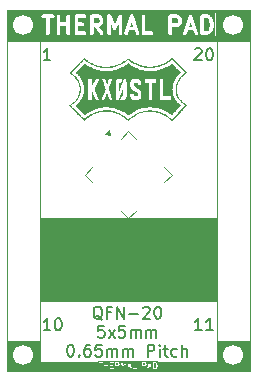
<source format=gto>
G04 #@! TF.GenerationSoftware,KiCad,Pcbnew,9.0.6*
G04 #@! TF.CreationDate,2026-01-08T12:32:58-06:00*
G04 #@! TF.ProjectId,QFN-20_5x5_P0.65,51464e2d-3230-45f3-9578-355f50302e36,rev?*
G04 #@! TF.SameCoordinates,Original*
G04 #@! TF.FileFunction,Legend,Top*
G04 #@! TF.FilePolarity,Positive*
%FSLAX46Y46*%
G04 Gerber Fmt 4.6, Leading zero omitted, Abs format (unit mm)*
G04 Created by KiCad (PCBNEW 9.0.6) date 2026-01-08 12:32:58*
%MOMM*%
%LPD*%
G01*
G04 APERTURE LIST*
G04 Aperture macros list*
%AMRoundRect*
0 Rectangle with rounded corners*
0 $1 Rounding radius*
0 $2 $3 $4 $5 $6 $7 $8 $9 X,Y pos of 4 corners*
0 Add a 4 corners polygon primitive as box body*
4,1,4,$2,$3,$4,$5,$6,$7,$8,$9,$2,$3,0*
0 Add four circle primitives for the rounded corners*
1,1,$1+$1,$2,$3*
1,1,$1+$1,$4,$5*
1,1,$1+$1,$6,$7*
1,1,$1+$1,$8,$9*
0 Add four rect primitives between the rounded corners*
20,1,$1+$1,$2,$3,$4,$5,0*
20,1,$1+$1,$4,$5,$6,$7,0*
20,1,$1+$1,$6,$7,$8,$9,0*
20,1,$1+$1,$8,$9,$2,$3,0*%
%AMRotRect*
0 Rectangle, with rotation*
0 The origin of the aperture is its center*
0 $1 length*
0 $2 width*
0 $3 Rotation angle, in degrees counterclockwise*
0 Add horizontal line*
21,1,$1,$2,0,0,$3*%
G04 Aperture macros list end*
%ADD10C,0.100000*%
%ADD11C,0.200000*%
%ADD12C,0.300000*%
%ADD13C,0.120000*%
%ADD14C,0.000000*%
%ADD15RoundRect,0.075000X-0.424264X0.318198X0.318198X-0.424264X0.424264X-0.318198X-0.318198X0.424264X0*%
%ADD16RoundRect,0.075000X-0.424264X-0.318198X-0.318198X-0.424264X0.424264X0.318198X0.318198X0.424264X0*%
%ADD17RotRect,3.350000X3.350000X315.000000*%
%ADD18C,1.700000*%
%ADD19R,1.700000X1.700000*%
G04 APERTURE END LIST*
D10*
X140976968Y-135238434D02*
X146431000Y-135238434D01*
X146431000Y-136017929D01*
X140976968Y-136017929D01*
X140976968Y-135238434D01*
G36*
X140976968Y-135238434D02*
G01*
X146431000Y-135238434D01*
X146431000Y-136017929D01*
X140976968Y-136017929D01*
X140976968Y-135238434D01*
G37*
X128143000Y-133477000D02*
X130864898Y-133477000D01*
X130864898Y-136017000D01*
X128143000Y-136017000D01*
X128143000Y-133477000D01*
G36*
X128143000Y-133477000D02*
G01*
X130864898Y-133477000D01*
X130864898Y-136017000D01*
X128143000Y-136017000D01*
X128143000Y-133477000D01*
G37*
X130455358Y-135238386D02*
X135838688Y-135238386D01*
X135838688Y-136025786D01*
X130455358Y-136025786D01*
X130455358Y-135238386D01*
G36*
X130455358Y-135238386D02*
G01*
X135838688Y-135238386D01*
X135838688Y-136025786D01*
X130455358Y-136025786D01*
X130455358Y-135238386D01*
G37*
X145974913Y-133477000D02*
X148717000Y-133477000D01*
X148717000Y-136017000D01*
X145974913Y-136017000D01*
X145974913Y-133477000D01*
G36*
X145974913Y-133477000D02*
G01*
X148717000Y-133477000D01*
X148717000Y-136017000D01*
X145974913Y-136017000D01*
X145974913Y-133477000D01*
G37*
X128143000Y-105410000D02*
X130928500Y-105410000D01*
X130928500Y-108077250D01*
X128143000Y-108077250D01*
X128143000Y-105410000D01*
G36*
X128143000Y-105410000D02*
G01*
X130928500Y-105410000D01*
X130928500Y-108077250D01*
X128143000Y-108077250D01*
X128143000Y-105410000D01*
G37*
X130556000Y-105410000D02*
X145973750Y-105410000D01*
X145973750Y-105638600D01*
X130556000Y-105638600D01*
X130556000Y-105410000D01*
G36*
X130556000Y-105410000D02*
G01*
X145973750Y-105410000D01*
X145973750Y-105638600D01*
X130556000Y-105638600D01*
X130556000Y-105410000D01*
G37*
X135636000Y-135934139D02*
X141097000Y-135934139D01*
X141097000Y-136017000D01*
X135636000Y-136017000D01*
X135636000Y-135934139D01*
G36*
X135636000Y-135934139D02*
G01*
X141097000Y-135934139D01*
X141097000Y-136017000D01*
X135636000Y-136017000D01*
X135636000Y-135934139D01*
G37*
X130378250Y-107670850D02*
X146685000Y-107670850D01*
X146685000Y-108077250D01*
X130378250Y-108077250D01*
X130378250Y-107670850D01*
G36*
X130378250Y-107670850D02*
G01*
X146685000Y-107670850D01*
X146685000Y-108077250D01*
X130378250Y-108077250D01*
X130378250Y-107670850D01*
G37*
X130937000Y-123063000D02*
X145923000Y-123063000D01*
X145923000Y-130048000D01*
X130937000Y-130048000D01*
X130937000Y-123063000D01*
G36*
X130937000Y-123063000D02*
G01*
X145923000Y-123063000D01*
X145923000Y-130048000D01*
X130937000Y-130048000D01*
X130937000Y-123063000D01*
G37*
X145825750Y-105410000D02*
X148687250Y-105410000D01*
X148687250Y-108077250D01*
X145825750Y-108077250D01*
X145825750Y-105410000D01*
G36*
X145825750Y-105410000D02*
G01*
X148687250Y-105410000D01*
X148687250Y-108077250D01*
X145825750Y-108077250D01*
X145825750Y-105410000D01*
G37*
D11*
X144077136Y-108767457D02*
X144124755Y-108719838D01*
X144124755Y-108719838D02*
X144219993Y-108672219D01*
X144219993Y-108672219D02*
X144458088Y-108672219D01*
X144458088Y-108672219D02*
X144553326Y-108719838D01*
X144553326Y-108719838D02*
X144600945Y-108767457D01*
X144600945Y-108767457D02*
X144648564Y-108862695D01*
X144648564Y-108862695D02*
X144648564Y-108957933D01*
X144648564Y-108957933D02*
X144600945Y-109100790D01*
X144600945Y-109100790D02*
X144029517Y-109672219D01*
X144029517Y-109672219D02*
X144648564Y-109672219D01*
X145267612Y-108672219D02*
X145362850Y-108672219D01*
X145362850Y-108672219D02*
X145458088Y-108719838D01*
X145458088Y-108719838D02*
X145505707Y-108767457D01*
X145505707Y-108767457D02*
X145553326Y-108862695D01*
X145553326Y-108862695D02*
X145600945Y-109053171D01*
X145600945Y-109053171D02*
X145600945Y-109291266D01*
X145600945Y-109291266D02*
X145553326Y-109481742D01*
X145553326Y-109481742D02*
X145505707Y-109576980D01*
X145505707Y-109576980D02*
X145458088Y-109624600D01*
X145458088Y-109624600D02*
X145362850Y-109672219D01*
X145362850Y-109672219D02*
X145267612Y-109672219D01*
X145267612Y-109672219D02*
X145172374Y-109624600D01*
X145172374Y-109624600D02*
X145124755Y-109576980D01*
X145124755Y-109576980D02*
X145077136Y-109481742D01*
X145077136Y-109481742D02*
X145029517Y-109291266D01*
X145029517Y-109291266D02*
X145029517Y-109053171D01*
X145029517Y-109053171D02*
X145077136Y-108862695D01*
X145077136Y-108862695D02*
X145124755Y-108767457D01*
X145124755Y-108767457D02*
X145172374Y-108719838D01*
X145172374Y-108719838D02*
X145267612Y-108672219D01*
D12*
G36*
X145150162Y-106148973D02*
G01*
X145246007Y-106244818D01*
X145296805Y-106346415D01*
X145357381Y-106588715D01*
X145357381Y-106758929D01*
X145296805Y-107001229D01*
X145246007Y-107102825D01*
X145150163Y-107198669D01*
X144999705Y-107248822D01*
X144828810Y-107248822D01*
X144828810Y-106098822D01*
X144999708Y-106098822D01*
X145150162Y-106148973D01*
G37*
G36*
X135959003Y-106141148D02*
G01*
X135993626Y-106175771D01*
X136035952Y-106260423D01*
X136035952Y-106396745D01*
X135993626Y-106481397D01*
X135959003Y-106516019D01*
X135874352Y-106558346D01*
X135507381Y-106558346D01*
X135507381Y-106098822D01*
X135874352Y-106098822D01*
X135959003Y-106141148D01*
G37*
G36*
X138877837Y-106834536D02*
G01*
X138603590Y-106834536D01*
X138740713Y-106423164D01*
X138877837Y-106834536D01*
G37*
G36*
X143849266Y-106834536D02*
G01*
X143575019Y-106834536D01*
X143712142Y-106423164D01*
X143849266Y-106834536D01*
G37*
G36*
X142587575Y-106141148D02*
G01*
X142622198Y-106175771D01*
X142664524Y-106260423D01*
X142664524Y-106396745D01*
X142622198Y-106481397D01*
X142587575Y-106516019D01*
X142502924Y-106558346D01*
X142135953Y-106558346D01*
X142135953Y-106098822D01*
X142502924Y-106098822D01*
X142587575Y-106141148D01*
G37*
G36*
X145818492Y-107709933D02*
G01*
X130906294Y-107709933D01*
X130906294Y-105919558D01*
X131067405Y-105919558D01*
X131067405Y-105978086D01*
X131089803Y-106032158D01*
X131131187Y-106073542D01*
X131185259Y-106095940D01*
X131214523Y-106098822D01*
X131478808Y-106098822D01*
X131478808Y-107398822D01*
X131481690Y-107428086D01*
X131504088Y-107482158D01*
X131545472Y-107523542D01*
X131599544Y-107545940D01*
X131658072Y-107545940D01*
X131712144Y-107523542D01*
X131753528Y-107482158D01*
X131775926Y-107428086D01*
X131778808Y-107398822D01*
X131778808Y-106098822D01*
X132043094Y-106098822D01*
X132072358Y-106095940D01*
X132126430Y-106073542D01*
X132167814Y-106032158D01*
X132190212Y-105978086D01*
X132190212Y-105948822D01*
X132376428Y-105948822D01*
X132376428Y-107398822D01*
X132379310Y-107428086D01*
X132401708Y-107482158D01*
X132443092Y-107523542D01*
X132497164Y-107545940D01*
X132555692Y-107545940D01*
X132609764Y-107523542D01*
X132651148Y-107482158D01*
X132673546Y-107428086D01*
X132676428Y-107398822D01*
X132676428Y-106789298D01*
X133204999Y-106789298D01*
X133204999Y-107398822D01*
X133207881Y-107428086D01*
X133230279Y-107482158D01*
X133271663Y-107523542D01*
X133325735Y-107545940D01*
X133384263Y-107545940D01*
X133438335Y-107523542D01*
X133479719Y-107482158D01*
X133502117Y-107428086D01*
X133504999Y-107398822D01*
X133504999Y-105948822D01*
X133895476Y-105948822D01*
X133895476Y-107398822D01*
X133898358Y-107428086D01*
X133920756Y-107482158D01*
X133962140Y-107523542D01*
X134016212Y-107545940D01*
X134045476Y-107548822D01*
X134735952Y-107548822D01*
X134765216Y-107545940D01*
X134819288Y-107523542D01*
X134860672Y-107482158D01*
X134883070Y-107428086D01*
X134883070Y-107369558D01*
X134860672Y-107315486D01*
X134819288Y-107274102D01*
X134765216Y-107251704D01*
X134735952Y-107248822D01*
X134195476Y-107248822D01*
X134195476Y-106789298D01*
X134528809Y-106789298D01*
X134558073Y-106786416D01*
X134612145Y-106764018D01*
X134653529Y-106722634D01*
X134675927Y-106668562D01*
X134675927Y-106610034D01*
X134653529Y-106555962D01*
X134612145Y-106514578D01*
X134558073Y-106492180D01*
X134528809Y-106489298D01*
X134195476Y-106489298D01*
X134195476Y-106098822D01*
X134735952Y-106098822D01*
X134765216Y-106095940D01*
X134819288Y-106073542D01*
X134860672Y-106032158D01*
X134883070Y-105978086D01*
X134883070Y-105948822D01*
X135207381Y-105948822D01*
X135207381Y-107398822D01*
X135210263Y-107428086D01*
X135232661Y-107482158D01*
X135274045Y-107523542D01*
X135328117Y-107545940D01*
X135386645Y-107545940D01*
X135440717Y-107523542D01*
X135482101Y-107482158D01*
X135504499Y-107428086D01*
X135507381Y-107398822D01*
X135507381Y-106858346D01*
X135624521Y-106858346D01*
X136063067Y-107484841D01*
X136082210Y-107507162D01*
X136131567Y-107538616D01*
X136189203Y-107548786D01*
X136246344Y-107536127D01*
X136294292Y-107502564D01*
X136325746Y-107453206D01*
X136335917Y-107395571D01*
X136323257Y-107338429D01*
X136308837Y-107312802D01*
X135978909Y-106841477D01*
X136114939Y-106773462D01*
X136127532Y-106765534D01*
X136131192Y-106764019D01*
X136135311Y-106760637D01*
X136139825Y-106757797D01*
X136142421Y-106754802D01*
X136153923Y-106745364D01*
X136222970Y-106676317D01*
X136232410Y-106664814D01*
X136235403Y-106662219D01*
X136238241Y-106657709D01*
X136241625Y-106653587D01*
X136243141Y-106649924D01*
X136251068Y-106637333D01*
X136320116Y-106499237D01*
X136330626Y-106471774D01*
X136331008Y-106466396D01*
X136333070Y-106461419D01*
X136335952Y-106432155D01*
X136335952Y-106225013D01*
X136333070Y-106195749D01*
X136331008Y-106190771D01*
X136330626Y-106185394D01*
X136320116Y-106157931D01*
X136251068Y-106019835D01*
X136243141Y-106007243D01*
X136241625Y-106003581D01*
X136238241Y-105999458D01*
X136235403Y-105994949D01*
X136232410Y-105992353D01*
X136222970Y-105980851D01*
X136190941Y-105948822D01*
X136657381Y-105948822D01*
X136657381Y-107398822D01*
X136660263Y-107428086D01*
X136682661Y-107482158D01*
X136724045Y-107523542D01*
X136778117Y-107545940D01*
X136836645Y-107545940D01*
X136890717Y-107523542D01*
X136932101Y-107482158D01*
X136954499Y-107428086D01*
X136957381Y-107398822D01*
X136957381Y-106624957D01*
X137154786Y-107047969D01*
X137161135Y-107058687D01*
X137162454Y-107062314D01*
X137164803Y-107064879D01*
X137169773Y-107073269D01*
X137186585Y-107088664D01*
X137201981Y-107105477D01*
X137208022Y-107108296D01*
X137212936Y-107112796D01*
X137234359Y-107120586D01*
X137255019Y-107130227D01*
X137261676Y-107130519D01*
X137267939Y-107132797D01*
X137290714Y-107131795D01*
X137313489Y-107132797D01*
X137319751Y-107130519D01*
X137326409Y-107130227D01*
X137347064Y-107120587D01*
X137368492Y-107112796D01*
X137373407Y-107108294D01*
X137379447Y-107105476D01*
X137394839Y-107088668D01*
X137411655Y-107073269D01*
X137416624Y-107064880D01*
X137418974Y-107062314D01*
X137420293Y-107058684D01*
X137426641Y-107047969D01*
X137624047Y-106624955D01*
X137624047Y-107398822D01*
X137626929Y-107428086D01*
X137649327Y-107482158D01*
X137690711Y-107523542D01*
X137744783Y-107545940D01*
X137803311Y-107545940D01*
X137857383Y-107523542D01*
X137898767Y-107482158D01*
X137921165Y-107428086D01*
X137924047Y-107398822D01*
X137924047Y-107380062D01*
X138108559Y-107380062D01*
X138112708Y-107438442D01*
X138138882Y-107490789D01*
X138183096Y-107529136D01*
X138238621Y-107547644D01*
X138297001Y-107543495D01*
X138349348Y-107517321D01*
X138387695Y-107473107D01*
X138399684Y-107446256D01*
X138503590Y-107134536D01*
X138977837Y-107134536D01*
X139081744Y-107446256D01*
X139093733Y-107473107D01*
X139132080Y-107517321D01*
X139184427Y-107543495D01*
X139242807Y-107547644D01*
X139298332Y-107529136D01*
X139342546Y-107490789D01*
X139368720Y-107438441D01*
X139372869Y-107380061D01*
X139366349Y-107351388D01*
X138898828Y-105948822D01*
X139557381Y-105948822D01*
X139557381Y-107398822D01*
X139560263Y-107428086D01*
X139582661Y-107482158D01*
X139624045Y-107523542D01*
X139678117Y-107545940D01*
X139707381Y-107548822D01*
X140397857Y-107548822D01*
X140427121Y-107545940D01*
X140481193Y-107523542D01*
X140522577Y-107482158D01*
X140544975Y-107428086D01*
X140544975Y-107369558D01*
X140522577Y-107315486D01*
X140481193Y-107274102D01*
X140427121Y-107251704D01*
X140397857Y-107248822D01*
X139857381Y-107248822D01*
X139857381Y-105948822D01*
X141835953Y-105948822D01*
X141835953Y-107398822D01*
X141838835Y-107428086D01*
X141861233Y-107482158D01*
X141902617Y-107523542D01*
X141956689Y-107545940D01*
X142015217Y-107545940D01*
X142069289Y-107523542D01*
X142110673Y-107482158D01*
X142133071Y-107428086D01*
X142135953Y-107398822D01*
X142135953Y-107380062D01*
X143079988Y-107380062D01*
X143084137Y-107438442D01*
X143110311Y-107490789D01*
X143154525Y-107529136D01*
X143210050Y-107547644D01*
X143268430Y-107543495D01*
X143320777Y-107517321D01*
X143359124Y-107473107D01*
X143371113Y-107446256D01*
X143475019Y-107134536D01*
X143949266Y-107134536D01*
X144053173Y-107446256D01*
X144065162Y-107473107D01*
X144103509Y-107517321D01*
X144155856Y-107543495D01*
X144214236Y-107547644D01*
X144269761Y-107529136D01*
X144313975Y-107490789D01*
X144340149Y-107438441D01*
X144344298Y-107380061D01*
X144337778Y-107351388D01*
X143870257Y-105948822D01*
X144528810Y-105948822D01*
X144528810Y-107398822D01*
X144531692Y-107428086D01*
X144554090Y-107482158D01*
X144595474Y-107523542D01*
X144649546Y-107545940D01*
X144678810Y-107548822D01*
X145024048Y-107548822D01*
X145038853Y-107547363D01*
X145042808Y-107547645D01*
X145048009Y-107546462D01*
X145053312Y-107545940D01*
X145056969Y-107544424D01*
X145071482Y-107541125D01*
X145278625Y-107472078D01*
X145305476Y-107460089D01*
X145309545Y-107456559D01*
X145314527Y-107454496D01*
X145337257Y-107435841D01*
X145475353Y-107297744D01*
X145484795Y-107286238D01*
X145487785Y-107283646D01*
X145490620Y-107279141D01*
X145494008Y-107275014D01*
X145495526Y-107271348D01*
X145503450Y-107258761D01*
X145572497Y-107120665D01*
X145573314Y-107118528D01*
X145573961Y-107117656D01*
X145578350Y-107105369D01*
X145583007Y-107093202D01*
X145583083Y-107092120D01*
X145583854Y-107089965D01*
X145652902Y-106813775D01*
X145653652Y-106808702D01*
X145654499Y-106806658D01*
X145655584Y-106795638D01*
X145657204Y-106784686D01*
X145656878Y-106782497D01*
X145657381Y-106777394D01*
X145657381Y-106570251D01*
X145656878Y-106565147D01*
X145657204Y-106562960D01*
X145655584Y-106552008D01*
X145654499Y-106540987D01*
X145653652Y-106538942D01*
X145652902Y-106533870D01*
X145583854Y-106257680D01*
X145583083Y-106255524D01*
X145583007Y-106254442D01*
X145578347Y-106242267D01*
X145573961Y-106229988D01*
X145573314Y-106229115D01*
X145572497Y-106226979D01*
X145503450Y-106088883D01*
X145495523Y-106076291D01*
X145494007Y-106072630D01*
X145490623Y-106068507D01*
X145487785Y-106063998D01*
X145484793Y-106061403D01*
X145475352Y-106049899D01*
X145337257Y-105911804D01*
X145314526Y-105893149D01*
X145309546Y-105891086D01*
X145305476Y-105887556D01*
X145278625Y-105875568D01*
X145071482Y-105806520D01*
X145056974Y-105803221D01*
X145053312Y-105801704D01*
X145048003Y-105801181D01*
X145042809Y-105800000D01*
X145038859Y-105800280D01*
X145024048Y-105798822D01*
X144678810Y-105798822D01*
X144649546Y-105801704D01*
X144595474Y-105824102D01*
X144554090Y-105865486D01*
X144531692Y-105919558D01*
X144528810Y-105948822D01*
X143870257Y-105948822D01*
X143854446Y-105901388D01*
X143842457Y-105874537D01*
X143835434Y-105866440D01*
X143830642Y-105856855D01*
X143816433Y-105844531D01*
X143804110Y-105830323D01*
X143794524Y-105825530D01*
X143786428Y-105818508D01*
X143768586Y-105812560D01*
X143751763Y-105804149D01*
X143741070Y-105803389D01*
X143730903Y-105800000D01*
X143712143Y-105801333D01*
X143693383Y-105800000D01*
X143683215Y-105803389D01*
X143672523Y-105804149D01*
X143655699Y-105812560D01*
X143637858Y-105818508D01*
X143629761Y-105825530D01*
X143620176Y-105830323D01*
X143607852Y-105844531D01*
X143593644Y-105856855D01*
X143588851Y-105866440D01*
X143581829Y-105874537D01*
X143569840Y-105901388D01*
X143086507Y-107351388D01*
X143079988Y-107380062D01*
X142135953Y-107380062D01*
X142135953Y-106858346D01*
X142538334Y-106858346D01*
X142567598Y-106855464D01*
X142572578Y-106853400D01*
X142577953Y-106853019D01*
X142605416Y-106842510D01*
X142743511Y-106773462D01*
X142756104Y-106765534D01*
X142759764Y-106764019D01*
X142763883Y-106760637D01*
X142768397Y-106757797D01*
X142770993Y-106754802D01*
X142782495Y-106745364D01*
X142851542Y-106676317D01*
X142860982Y-106664814D01*
X142863975Y-106662219D01*
X142866813Y-106657709D01*
X142870197Y-106653587D01*
X142871713Y-106649924D01*
X142879640Y-106637333D01*
X142948688Y-106499237D01*
X142959198Y-106471774D01*
X142959580Y-106466396D01*
X142961642Y-106461419D01*
X142964524Y-106432155D01*
X142964524Y-106225013D01*
X142961642Y-106195749D01*
X142959580Y-106190771D01*
X142959198Y-106185394D01*
X142948688Y-106157931D01*
X142879640Y-106019835D01*
X142871713Y-106007243D01*
X142870197Y-106003581D01*
X142866813Y-105999458D01*
X142863975Y-105994949D01*
X142860982Y-105992353D01*
X142851542Y-105980851D01*
X142782495Y-105911804D01*
X142770993Y-105902365D01*
X142768397Y-105899371D01*
X142763883Y-105896530D01*
X142759764Y-105893149D01*
X142756104Y-105891633D01*
X142743511Y-105883706D01*
X142605416Y-105814658D01*
X142577953Y-105804149D01*
X142572578Y-105803767D01*
X142567598Y-105801704D01*
X142538334Y-105798822D01*
X141985953Y-105798822D01*
X141956689Y-105801704D01*
X141902617Y-105824102D01*
X141861233Y-105865486D01*
X141838835Y-105919558D01*
X141835953Y-105948822D01*
X139857381Y-105948822D01*
X139854499Y-105919558D01*
X139832101Y-105865486D01*
X139790717Y-105824102D01*
X139736645Y-105801704D01*
X139678117Y-105801704D01*
X139624045Y-105824102D01*
X139582661Y-105865486D01*
X139560263Y-105919558D01*
X139557381Y-105948822D01*
X138898828Y-105948822D01*
X138883017Y-105901388D01*
X138871028Y-105874537D01*
X138864005Y-105866440D01*
X138859213Y-105856855D01*
X138845004Y-105844531D01*
X138832681Y-105830323D01*
X138823095Y-105825530D01*
X138814999Y-105818508D01*
X138797157Y-105812560D01*
X138780334Y-105804149D01*
X138769641Y-105803389D01*
X138759474Y-105800000D01*
X138740714Y-105801333D01*
X138721954Y-105800000D01*
X138711786Y-105803389D01*
X138701094Y-105804149D01*
X138684270Y-105812560D01*
X138666429Y-105818508D01*
X138658332Y-105825530D01*
X138648747Y-105830323D01*
X138636423Y-105844531D01*
X138622215Y-105856855D01*
X138617422Y-105866440D01*
X138610400Y-105874537D01*
X138598411Y-105901388D01*
X138115078Y-107351388D01*
X138108559Y-107380062D01*
X137924047Y-107380062D01*
X137924047Y-105948822D01*
X137922152Y-105929585D01*
X137922308Y-105926047D01*
X137921616Y-105924146D01*
X137921165Y-105919558D01*
X137911203Y-105895509D01*
X137902307Y-105871044D01*
X137900047Y-105868576D01*
X137898767Y-105865486D01*
X137880363Y-105847082D01*
X137862780Y-105827882D01*
X137859748Y-105826467D01*
X137857383Y-105824102D01*
X137833328Y-105814138D01*
X137809742Y-105803131D01*
X137806401Y-105802984D01*
X137803311Y-105801704D01*
X137777276Y-105801704D01*
X137751272Y-105800561D01*
X137748129Y-105801704D01*
X137744783Y-105801704D01*
X137720734Y-105811665D01*
X137696269Y-105820562D01*
X137693801Y-105822821D01*
X137690711Y-105824102D01*
X137672313Y-105842499D01*
X137653106Y-105860089D01*
X137650754Y-105864058D01*
X137649327Y-105865486D01*
X137647973Y-105868752D01*
X137638119Y-105885389D01*
X137290713Y-106629830D01*
X136943308Y-105885389D01*
X136933454Y-105868754D01*
X136932101Y-105865486D01*
X136930672Y-105864057D01*
X136928322Y-105860089D01*
X136909114Y-105842499D01*
X136890717Y-105824102D01*
X136887626Y-105822821D01*
X136885159Y-105820562D01*
X136860693Y-105811665D01*
X136836645Y-105801704D01*
X136833299Y-105801704D01*
X136830156Y-105800561D01*
X136804152Y-105801704D01*
X136778117Y-105801704D01*
X136775026Y-105802984D01*
X136771686Y-105803131D01*
X136748090Y-105814141D01*
X136724045Y-105824102D01*
X136721681Y-105826465D01*
X136718648Y-105827881D01*
X136701058Y-105847088D01*
X136682661Y-105865486D01*
X136681380Y-105868576D01*
X136679121Y-105871044D01*
X136670224Y-105895509D01*
X136660263Y-105919558D01*
X136659811Y-105924146D01*
X136659120Y-105926047D01*
X136659275Y-105929585D01*
X136657381Y-105948822D01*
X136190941Y-105948822D01*
X136153923Y-105911804D01*
X136142421Y-105902365D01*
X136139825Y-105899371D01*
X136135311Y-105896530D01*
X136131192Y-105893149D01*
X136127532Y-105891633D01*
X136114939Y-105883706D01*
X135976844Y-105814658D01*
X135949381Y-105804149D01*
X135944006Y-105803767D01*
X135939026Y-105801704D01*
X135909762Y-105798822D01*
X135357381Y-105798822D01*
X135328117Y-105801704D01*
X135274045Y-105824102D01*
X135232661Y-105865486D01*
X135210263Y-105919558D01*
X135207381Y-105948822D01*
X134883070Y-105948822D01*
X134883070Y-105919558D01*
X134860672Y-105865486D01*
X134819288Y-105824102D01*
X134765216Y-105801704D01*
X134735952Y-105798822D01*
X134045476Y-105798822D01*
X134016212Y-105801704D01*
X133962140Y-105824102D01*
X133920756Y-105865486D01*
X133898358Y-105919558D01*
X133895476Y-105948822D01*
X133504999Y-105948822D01*
X133502117Y-105919558D01*
X133479719Y-105865486D01*
X133438335Y-105824102D01*
X133384263Y-105801704D01*
X133325735Y-105801704D01*
X133271663Y-105824102D01*
X133230279Y-105865486D01*
X133207881Y-105919558D01*
X133204999Y-105948822D01*
X133204999Y-106489298D01*
X132676428Y-106489298D01*
X132676428Y-105948822D01*
X132673546Y-105919558D01*
X132651148Y-105865486D01*
X132609764Y-105824102D01*
X132555692Y-105801704D01*
X132497164Y-105801704D01*
X132443092Y-105824102D01*
X132401708Y-105865486D01*
X132379310Y-105919558D01*
X132376428Y-105948822D01*
X132190212Y-105948822D01*
X132190212Y-105919558D01*
X132167814Y-105865486D01*
X132126430Y-105824102D01*
X132072358Y-105801704D01*
X132043094Y-105798822D01*
X131214523Y-105798822D01*
X131185259Y-105801704D01*
X131131187Y-105824102D01*
X131089803Y-105865486D01*
X131067405Y-105919558D01*
X130906294Y-105919558D01*
X130906294Y-105637711D01*
X145818492Y-105637711D01*
X145818492Y-107709933D01*
G37*
D11*
X131830482Y-109672219D02*
X131259054Y-109672219D01*
X131544768Y-109672219D02*
X131544768Y-108672219D01*
X131544768Y-108672219D02*
X131449530Y-108815076D01*
X131449530Y-108815076D02*
X131354292Y-108910314D01*
X131354292Y-108910314D02*
X131259054Y-108957933D01*
X136223642Y-131655313D02*
X136128404Y-131607694D01*
X136128404Y-131607694D02*
X136033166Y-131512456D01*
X136033166Y-131512456D02*
X135890309Y-131369598D01*
X135890309Y-131369598D02*
X135795071Y-131321979D01*
X135795071Y-131321979D02*
X135699833Y-131321979D01*
X135747452Y-131560075D02*
X135652214Y-131512456D01*
X135652214Y-131512456D02*
X135556976Y-131417217D01*
X135556976Y-131417217D02*
X135509357Y-131226741D01*
X135509357Y-131226741D02*
X135509357Y-130893408D01*
X135509357Y-130893408D02*
X135556976Y-130702932D01*
X135556976Y-130702932D02*
X135652214Y-130607694D01*
X135652214Y-130607694D02*
X135747452Y-130560075D01*
X135747452Y-130560075D02*
X135937928Y-130560075D01*
X135937928Y-130560075D02*
X136033166Y-130607694D01*
X136033166Y-130607694D02*
X136128404Y-130702932D01*
X136128404Y-130702932D02*
X136176023Y-130893408D01*
X136176023Y-130893408D02*
X136176023Y-131226741D01*
X136176023Y-131226741D02*
X136128404Y-131417217D01*
X136128404Y-131417217D02*
X136033166Y-131512456D01*
X136033166Y-131512456D02*
X135937928Y-131560075D01*
X135937928Y-131560075D02*
X135747452Y-131560075D01*
X136937928Y-131036265D02*
X136604595Y-131036265D01*
X136604595Y-131560075D02*
X136604595Y-130560075D01*
X136604595Y-130560075D02*
X137080785Y-130560075D01*
X137461738Y-131560075D02*
X137461738Y-130560075D01*
X137461738Y-130560075D02*
X138033166Y-131560075D01*
X138033166Y-131560075D02*
X138033166Y-130560075D01*
X138509357Y-131179122D02*
X139271262Y-131179122D01*
X139699833Y-130655313D02*
X139747452Y-130607694D01*
X139747452Y-130607694D02*
X139842690Y-130560075D01*
X139842690Y-130560075D02*
X140080785Y-130560075D01*
X140080785Y-130560075D02*
X140176023Y-130607694D01*
X140176023Y-130607694D02*
X140223642Y-130655313D01*
X140223642Y-130655313D02*
X140271261Y-130750551D01*
X140271261Y-130750551D02*
X140271261Y-130845789D01*
X140271261Y-130845789D02*
X140223642Y-130988646D01*
X140223642Y-130988646D02*
X139652214Y-131560075D01*
X139652214Y-131560075D02*
X140271261Y-131560075D01*
X140890309Y-130560075D02*
X140985547Y-130560075D01*
X140985547Y-130560075D02*
X141080785Y-130607694D01*
X141080785Y-130607694D02*
X141128404Y-130655313D01*
X141128404Y-130655313D02*
X141176023Y-130750551D01*
X141176023Y-130750551D02*
X141223642Y-130941027D01*
X141223642Y-130941027D02*
X141223642Y-131179122D01*
X141223642Y-131179122D02*
X141176023Y-131369598D01*
X141176023Y-131369598D02*
X141128404Y-131464836D01*
X141128404Y-131464836D02*
X141080785Y-131512456D01*
X141080785Y-131512456D02*
X140985547Y-131560075D01*
X140985547Y-131560075D02*
X140890309Y-131560075D01*
X140890309Y-131560075D02*
X140795071Y-131512456D01*
X140795071Y-131512456D02*
X140747452Y-131464836D01*
X140747452Y-131464836D02*
X140699833Y-131369598D01*
X140699833Y-131369598D02*
X140652214Y-131179122D01*
X140652214Y-131179122D02*
X140652214Y-130941027D01*
X140652214Y-130941027D02*
X140699833Y-130750551D01*
X140699833Y-130750551D02*
X140747452Y-130655313D01*
X140747452Y-130655313D02*
X140795071Y-130607694D01*
X140795071Y-130607694D02*
X140890309Y-130560075D01*
X136390309Y-132170019D02*
X135914119Y-132170019D01*
X135914119Y-132170019D02*
X135866500Y-132646209D01*
X135866500Y-132646209D02*
X135914119Y-132598590D01*
X135914119Y-132598590D02*
X136009357Y-132550971D01*
X136009357Y-132550971D02*
X136247452Y-132550971D01*
X136247452Y-132550971D02*
X136342690Y-132598590D01*
X136342690Y-132598590D02*
X136390309Y-132646209D01*
X136390309Y-132646209D02*
X136437928Y-132741447D01*
X136437928Y-132741447D02*
X136437928Y-132979542D01*
X136437928Y-132979542D02*
X136390309Y-133074780D01*
X136390309Y-133074780D02*
X136342690Y-133122400D01*
X136342690Y-133122400D02*
X136247452Y-133170019D01*
X136247452Y-133170019D02*
X136009357Y-133170019D01*
X136009357Y-133170019D02*
X135914119Y-133122400D01*
X135914119Y-133122400D02*
X135866500Y-133074780D01*
X136771262Y-133170019D02*
X137295071Y-132503352D01*
X136771262Y-132503352D02*
X137295071Y-133170019D01*
X138152214Y-132170019D02*
X137676024Y-132170019D01*
X137676024Y-132170019D02*
X137628405Y-132646209D01*
X137628405Y-132646209D02*
X137676024Y-132598590D01*
X137676024Y-132598590D02*
X137771262Y-132550971D01*
X137771262Y-132550971D02*
X138009357Y-132550971D01*
X138009357Y-132550971D02*
X138104595Y-132598590D01*
X138104595Y-132598590D02*
X138152214Y-132646209D01*
X138152214Y-132646209D02*
X138199833Y-132741447D01*
X138199833Y-132741447D02*
X138199833Y-132979542D01*
X138199833Y-132979542D02*
X138152214Y-133074780D01*
X138152214Y-133074780D02*
X138104595Y-133122400D01*
X138104595Y-133122400D02*
X138009357Y-133170019D01*
X138009357Y-133170019D02*
X137771262Y-133170019D01*
X137771262Y-133170019D02*
X137676024Y-133122400D01*
X137676024Y-133122400D02*
X137628405Y-133074780D01*
X138628405Y-133170019D02*
X138628405Y-132503352D01*
X138628405Y-132598590D02*
X138676024Y-132550971D01*
X138676024Y-132550971D02*
X138771262Y-132503352D01*
X138771262Y-132503352D02*
X138914119Y-132503352D01*
X138914119Y-132503352D02*
X139009357Y-132550971D01*
X139009357Y-132550971D02*
X139056976Y-132646209D01*
X139056976Y-132646209D02*
X139056976Y-133170019D01*
X139056976Y-132646209D02*
X139104595Y-132550971D01*
X139104595Y-132550971D02*
X139199833Y-132503352D01*
X139199833Y-132503352D02*
X139342690Y-132503352D01*
X139342690Y-132503352D02*
X139437929Y-132550971D01*
X139437929Y-132550971D02*
X139485548Y-132646209D01*
X139485548Y-132646209D02*
X139485548Y-133170019D01*
X139961738Y-133170019D02*
X139961738Y-132503352D01*
X139961738Y-132598590D02*
X140009357Y-132550971D01*
X140009357Y-132550971D02*
X140104595Y-132503352D01*
X140104595Y-132503352D02*
X140247452Y-132503352D01*
X140247452Y-132503352D02*
X140342690Y-132550971D01*
X140342690Y-132550971D02*
X140390309Y-132646209D01*
X140390309Y-132646209D02*
X140390309Y-133170019D01*
X140390309Y-132646209D02*
X140437928Y-132550971D01*
X140437928Y-132550971D02*
X140533166Y-132503352D01*
X140533166Y-132503352D02*
X140676023Y-132503352D01*
X140676023Y-132503352D02*
X140771262Y-132550971D01*
X140771262Y-132550971D02*
X140818881Y-132646209D01*
X140818881Y-132646209D02*
X140818881Y-133170019D01*
X133509357Y-133779963D02*
X133604595Y-133779963D01*
X133604595Y-133779963D02*
X133699833Y-133827582D01*
X133699833Y-133827582D02*
X133747452Y-133875201D01*
X133747452Y-133875201D02*
X133795071Y-133970439D01*
X133795071Y-133970439D02*
X133842690Y-134160915D01*
X133842690Y-134160915D02*
X133842690Y-134399010D01*
X133842690Y-134399010D02*
X133795071Y-134589486D01*
X133795071Y-134589486D02*
X133747452Y-134684724D01*
X133747452Y-134684724D02*
X133699833Y-134732344D01*
X133699833Y-134732344D02*
X133604595Y-134779963D01*
X133604595Y-134779963D02*
X133509357Y-134779963D01*
X133509357Y-134779963D02*
X133414119Y-134732344D01*
X133414119Y-134732344D02*
X133366500Y-134684724D01*
X133366500Y-134684724D02*
X133318881Y-134589486D01*
X133318881Y-134589486D02*
X133271262Y-134399010D01*
X133271262Y-134399010D02*
X133271262Y-134160915D01*
X133271262Y-134160915D02*
X133318881Y-133970439D01*
X133318881Y-133970439D02*
X133366500Y-133875201D01*
X133366500Y-133875201D02*
X133414119Y-133827582D01*
X133414119Y-133827582D02*
X133509357Y-133779963D01*
X134271262Y-134684724D02*
X134318881Y-134732344D01*
X134318881Y-134732344D02*
X134271262Y-134779963D01*
X134271262Y-134779963D02*
X134223643Y-134732344D01*
X134223643Y-134732344D02*
X134271262Y-134684724D01*
X134271262Y-134684724D02*
X134271262Y-134779963D01*
X135176023Y-133779963D02*
X134985547Y-133779963D01*
X134985547Y-133779963D02*
X134890309Y-133827582D01*
X134890309Y-133827582D02*
X134842690Y-133875201D01*
X134842690Y-133875201D02*
X134747452Y-134018058D01*
X134747452Y-134018058D02*
X134699833Y-134208534D01*
X134699833Y-134208534D02*
X134699833Y-134589486D01*
X134699833Y-134589486D02*
X134747452Y-134684724D01*
X134747452Y-134684724D02*
X134795071Y-134732344D01*
X134795071Y-134732344D02*
X134890309Y-134779963D01*
X134890309Y-134779963D02*
X135080785Y-134779963D01*
X135080785Y-134779963D02*
X135176023Y-134732344D01*
X135176023Y-134732344D02*
X135223642Y-134684724D01*
X135223642Y-134684724D02*
X135271261Y-134589486D01*
X135271261Y-134589486D02*
X135271261Y-134351391D01*
X135271261Y-134351391D02*
X135223642Y-134256153D01*
X135223642Y-134256153D02*
X135176023Y-134208534D01*
X135176023Y-134208534D02*
X135080785Y-134160915D01*
X135080785Y-134160915D02*
X134890309Y-134160915D01*
X134890309Y-134160915D02*
X134795071Y-134208534D01*
X134795071Y-134208534D02*
X134747452Y-134256153D01*
X134747452Y-134256153D02*
X134699833Y-134351391D01*
X136176023Y-133779963D02*
X135699833Y-133779963D01*
X135699833Y-133779963D02*
X135652214Y-134256153D01*
X135652214Y-134256153D02*
X135699833Y-134208534D01*
X135699833Y-134208534D02*
X135795071Y-134160915D01*
X135795071Y-134160915D02*
X136033166Y-134160915D01*
X136033166Y-134160915D02*
X136128404Y-134208534D01*
X136128404Y-134208534D02*
X136176023Y-134256153D01*
X136176023Y-134256153D02*
X136223642Y-134351391D01*
X136223642Y-134351391D02*
X136223642Y-134589486D01*
X136223642Y-134589486D02*
X136176023Y-134684724D01*
X136176023Y-134684724D02*
X136128404Y-134732344D01*
X136128404Y-134732344D02*
X136033166Y-134779963D01*
X136033166Y-134779963D02*
X135795071Y-134779963D01*
X135795071Y-134779963D02*
X135699833Y-134732344D01*
X135699833Y-134732344D02*
X135652214Y-134684724D01*
X136652214Y-134779963D02*
X136652214Y-134113296D01*
X136652214Y-134208534D02*
X136699833Y-134160915D01*
X136699833Y-134160915D02*
X136795071Y-134113296D01*
X136795071Y-134113296D02*
X136937928Y-134113296D01*
X136937928Y-134113296D02*
X137033166Y-134160915D01*
X137033166Y-134160915D02*
X137080785Y-134256153D01*
X137080785Y-134256153D02*
X137080785Y-134779963D01*
X137080785Y-134256153D02*
X137128404Y-134160915D01*
X137128404Y-134160915D02*
X137223642Y-134113296D01*
X137223642Y-134113296D02*
X137366499Y-134113296D01*
X137366499Y-134113296D02*
X137461738Y-134160915D01*
X137461738Y-134160915D02*
X137509357Y-134256153D01*
X137509357Y-134256153D02*
X137509357Y-134779963D01*
X137985547Y-134779963D02*
X137985547Y-134113296D01*
X137985547Y-134208534D02*
X138033166Y-134160915D01*
X138033166Y-134160915D02*
X138128404Y-134113296D01*
X138128404Y-134113296D02*
X138271261Y-134113296D01*
X138271261Y-134113296D02*
X138366499Y-134160915D01*
X138366499Y-134160915D02*
X138414118Y-134256153D01*
X138414118Y-134256153D02*
X138414118Y-134779963D01*
X138414118Y-134256153D02*
X138461737Y-134160915D01*
X138461737Y-134160915D02*
X138556975Y-134113296D01*
X138556975Y-134113296D02*
X138699832Y-134113296D01*
X138699832Y-134113296D02*
X138795071Y-134160915D01*
X138795071Y-134160915D02*
X138842690Y-134256153D01*
X138842690Y-134256153D02*
X138842690Y-134779963D01*
X140080785Y-134779963D02*
X140080785Y-133779963D01*
X140080785Y-133779963D02*
X140461737Y-133779963D01*
X140461737Y-133779963D02*
X140556975Y-133827582D01*
X140556975Y-133827582D02*
X140604594Y-133875201D01*
X140604594Y-133875201D02*
X140652213Y-133970439D01*
X140652213Y-133970439D02*
X140652213Y-134113296D01*
X140652213Y-134113296D02*
X140604594Y-134208534D01*
X140604594Y-134208534D02*
X140556975Y-134256153D01*
X140556975Y-134256153D02*
X140461737Y-134303772D01*
X140461737Y-134303772D02*
X140080785Y-134303772D01*
X141080785Y-134779963D02*
X141080785Y-134113296D01*
X141080785Y-133779963D02*
X141033166Y-133827582D01*
X141033166Y-133827582D02*
X141080785Y-133875201D01*
X141080785Y-133875201D02*
X141128404Y-133827582D01*
X141128404Y-133827582D02*
X141080785Y-133779963D01*
X141080785Y-133779963D02*
X141080785Y-133875201D01*
X141414118Y-134113296D02*
X141795070Y-134113296D01*
X141556975Y-133779963D02*
X141556975Y-134637105D01*
X141556975Y-134637105D02*
X141604594Y-134732344D01*
X141604594Y-134732344D02*
X141699832Y-134779963D01*
X141699832Y-134779963D02*
X141795070Y-134779963D01*
X142556975Y-134732344D02*
X142461737Y-134779963D01*
X142461737Y-134779963D02*
X142271261Y-134779963D01*
X142271261Y-134779963D02*
X142176023Y-134732344D01*
X142176023Y-134732344D02*
X142128404Y-134684724D01*
X142128404Y-134684724D02*
X142080785Y-134589486D01*
X142080785Y-134589486D02*
X142080785Y-134303772D01*
X142080785Y-134303772D02*
X142128404Y-134208534D01*
X142128404Y-134208534D02*
X142176023Y-134160915D01*
X142176023Y-134160915D02*
X142271261Y-134113296D01*
X142271261Y-134113296D02*
X142461737Y-134113296D01*
X142461737Y-134113296D02*
X142556975Y-134160915D01*
X142985547Y-134779963D02*
X142985547Y-133779963D01*
X143414118Y-134779963D02*
X143414118Y-134256153D01*
X143414118Y-134256153D02*
X143366499Y-134160915D01*
X143366499Y-134160915D02*
X143271261Y-134113296D01*
X143271261Y-134113296D02*
X143128404Y-134113296D01*
X143128404Y-134113296D02*
X143033166Y-134160915D01*
X143033166Y-134160915D02*
X142985547Y-134208534D01*
X144648564Y-132532219D02*
X144077136Y-132532219D01*
X144362850Y-132532219D02*
X144362850Y-131532219D01*
X144362850Y-131532219D02*
X144267612Y-131675076D01*
X144267612Y-131675076D02*
X144172374Y-131770314D01*
X144172374Y-131770314D02*
X144077136Y-131817933D01*
X145600945Y-132532219D02*
X145029517Y-132532219D01*
X145315231Y-132532219D02*
X145315231Y-131532219D01*
X145315231Y-131532219D02*
X145219993Y-131675076D01*
X145219993Y-131675076D02*
X145124755Y-131770314D01*
X145124755Y-131770314D02*
X145029517Y-131817933D01*
D10*
G36*
X140748228Y-135361857D02*
G01*
X140781764Y-135395393D01*
X140799489Y-135430845D01*
X140820475Y-135514786D01*
X140820475Y-135573905D01*
X140799489Y-135657846D01*
X140781764Y-135693298D01*
X140748226Y-135726836D01*
X140695696Y-135744346D01*
X140634761Y-135744346D01*
X140634761Y-135344346D01*
X140695695Y-135344346D01*
X140748228Y-135361857D01*
G37*
G36*
X138586820Y-135601489D02*
G01*
X138487467Y-135601489D01*
X138537143Y-135452459D01*
X138586820Y-135601489D01*
G37*
G36*
X140301105Y-135601489D02*
G01*
X140201752Y-135601489D01*
X140251428Y-135452459D01*
X140301105Y-135601489D01*
G37*
G36*
X137578952Y-135359248D02*
G01*
X137591287Y-135371581D01*
X137606190Y-135401387D01*
X137606190Y-135449209D01*
X137591287Y-135479015D01*
X137578952Y-135491348D01*
X137549149Y-135506251D01*
X137420476Y-135506251D01*
X137420476Y-135344346D01*
X137549149Y-135344346D01*
X137578952Y-135359248D01*
G37*
G36*
X139864666Y-135359248D02*
G01*
X139877001Y-135371581D01*
X139891904Y-135401387D01*
X139891904Y-135449209D01*
X139877001Y-135479015D01*
X139864666Y-135491348D01*
X139834863Y-135506251D01*
X139706190Y-135506251D01*
X139706190Y-135344346D01*
X139834863Y-135344346D01*
X139864666Y-135359248D01*
G37*
G36*
X140976031Y-135899902D02*
G01*
X135840155Y-135899902D01*
X135840155Y-135275212D01*
X135895711Y-135275212D01*
X135895711Y-135313480D01*
X135922771Y-135340540D01*
X135941905Y-135344346D01*
X136034762Y-135344346D01*
X136034762Y-135794346D01*
X136038568Y-135813480D01*
X136065628Y-135840540D01*
X136103896Y-135840540D01*
X136130956Y-135813480D01*
X136134762Y-135794346D01*
X136134762Y-135344346D01*
X136227619Y-135344346D01*
X136246753Y-135340540D01*
X136273813Y-135313480D01*
X136273813Y-135294346D01*
X136344285Y-135294346D01*
X136344285Y-135794346D01*
X136348091Y-135813480D01*
X136375151Y-135840540D01*
X136413419Y-135840540D01*
X136440479Y-135813480D01*
X136444285Y-135794346D01*
X136444285Y-135582441D01*
X136629999Y-135582441D01*
X136629999Y-135794346D01*
X136633805Y-135813480D01*
X136660865Y-135840540D01*
X136699133Y-135840540D01*
X136726193Y-135813480D01*
X136729999Y-135794346D01*
X136729999Y-135294346D01*
X136868095Y-135294346D01*
X136868095Y-135794346D01*
X136871901Y-135813480D01*
X136898961Y-135840540D01*
X136918095Y-135844346D01*
X137156190Y-135844346D01*
X137175324Y-135840540D01*
X137202384Y-135813480D01*
X137202384Y-135775212D01*
X137175324Y-135748152D01*
X137156190Y-135744346D01*
X136968095Y-135744346D01*
X136968095Y-135582441D01*
X137084762Y-135582441D01*
X137103896Y-135578635D01*
X137130956Y-135551575D01*
X137130956Y-135513307D01*
X137103896Y-135486247D01*
X137084762Y-135482441D01*
X136968095Y-135482441D01*
X136968095Y-135344346D01*
X137156190Y-135344346D01*
X137175324Y-135340540D01*
X137202384Y-135313480D01*
X137202384Y-135294346D01*
X137320476Y-135294346D01*
X137320476Y-135794346D01*
X137324282Y-135813480D01*
X137351342Y-135840540D01*
X137389610Y-135840540D01*
X137416670Y-135813480D01*
X137420476Y-135794346D01*
X137420476Y-135606251D01*
X137463491Y-135606251D01*
X137615229Y-135823019D01*
X137629319Y-135836512D01*
X137667005Y-135843162D01*
X137698356Y-135821217D01*
X137705006Y-135783531D01*
X137697152Y-135765673D01*
X137582095Y-135601305D01*
X137583313Y-135600972D01*
X137630932Y-135577162D01*
X137637263Y-135572248D01*
X137643926Y-135567797D01*
X137667736Y-135543988D01*
X137672189Y-135537323D01*
X137677103Y-135530992D01*
X137700911Y-135483374D01*
X137701572Y-135480958D01*
X137702384Y-135480147D01*
X137703947Y-135472285D01*
X137706064Y-135464558D01*
X137705701Y-135463469D01*
X137706190Y-135461013D01*
X137706190Y-135389584D01*
X137705701Y-135387127D01*
X137706064Y-135386039D01*
X137703947Y-135378311D01*
X137702384Y-135370450D01*
X137701572Y-135369638D01*
X137700911Y-135367223D01*
X137677103Y-135319605D01*
X137672189Y-135313273D01*
X137667736Y-135306609D01*
X137655472Y-135294346D01*
X137820476Y-135294346D01*
X137820476Y-135794346D01*
X137824282Y-135813480D01*
X137851342Y-135840540D01*
X137889610Y-135840540D01*
X137916670Y-135813480D01*
X137920476Y-135794346D01*
X137920476Y-135519723D01*
X137991834Y-135672633D01*
X137999456Y-135683022D01*
X138000269Y-135685258D01*
X138001526Y-135685844D01*
X138003374Y-135688363D01*
X138019446Y-135694207D01*
X138034947Y-135701441D01*
X138037143Y-135700642D01*
X138039339Y-135701441D01*
X138054839Y-135694207D01*
X138070912Y-135688363D01*
X138072759Y-135685844D01*
X138074017Y-135685258D01*
X138074829Y-135683022D01*
X138082452Y-135672633D01*
X138153809Y-135519724D01*
X138153809Y-135794346D01*
X138157615Y-135813480D01*
X138184675Y-135840540D01*
X138222943Y-135840540D01*
X138250003Y-135813480D01*
X138253104Y-135797890D01*
X138320603Y-135797890D01*
X138337717Y-135832119D01*
X138374021Y-135844220D01*
X138408250Y-135827106D01*
X138417911Y-135810157D01*
X138454134Y-135701489D01*
X138620153Y-135701489D01*
X138656376Y-135810157D01*
X138666037Y-135827106D01*
X138700266Y-135844220D01*
X138736570Y-135832118D01*
X138753684Y-135797890D01*
X138751244Y-135778534D01*
X138589847Y-135294346D01*
X138820476Y-135294346D01*
X138820476Y-135794346D01*
X138824282Y-135813480D01*
X138851342Y-135840540D01*
X138870476Y-135844346D01*
X139108571Y-135844346D01*
X139127705Y-135840540D01*
X139154765Y-135813480D01*
X139154765Y-135775212D01*
X139127705Y-135748152D01*
X139108571Y-135744346D01*
X138920476Y-135744346D01*
X138920476Y-135294346D01*
X139606190Y-135294346D01*
X139606190Y-135794346D01*
X139609996Y-135813480D01*
X139637056Y-135840540D01*
X139675324Y-135840540D01*
X139702384Y-135813480D01*
X139705485Y-135797890D01*
X140034888Y-135797890D01*
X140052002Y-135832119D01*
X140088306Y-135844220D01*
X140122535Y-135827106D01*
X140132196Y-135810157D01*
X140168419Y-135701489D01*
X140334438Y-135701489D01*
X140370661Y-135810157D01*
X140380322Y-135827106D01*
X140414551Y-135844220D01*
X140450855Y-135832118D01*
X140467969Y-135797890D01*
X140465529Y-135778534D01*
X140304132Y-135294346D01*
X140534761Y-135294346D01*
X140534761Y-135794346D01*
X140538567Y-135813480D01*
X140565627Y-135840540D01*
X140584761Y-135844346D01*
X140703809Y-135844346D01*
X140711671Y-135842782D01*
X140719620Y-135841780D01*
X140791049Y-135817971D01*
X140793224Y-135816731D01*
X140794372Y-135816731D01*
X140801036Y-135812277D01*
X140807997Y-135808310D01*
X140808510Y-135807283D01*
X140810593Y-135805892D01*
X140858212Y-135758272D01*
X140862665Y-135751606D01*
X140867577Y-135745278D01*
X140891387Y-135697659D01*
X140892833Y-135692377D01*
X140895173Y-135687425D01*
X140918982Y-135592187D01*
X140919279Y-135586069D01*
X140920475Y-135580060D01*
X140920475Y-135508632D01*
X140919279Y-135502622D01*
X140918982Y-135496505D01*
X140895173Y-135401267D01*
X140892833Y-135396314D01*
X140891387Y-135391033D01*
X140867577Y-135343414D01*
X140862665Y-135337085D01*
X140858211Y-135330419D01*
X140810592Y-135282801D01*
X140808509Y-135281409D01*
X140807997Y-135280384D01*
X140801035Y-135276415D01*
X140794371Y-135271962D01*
X140793224Y-135271962D01*
X140791049Y-135270722D01*
X140719621Y-135246912D01*
X140711670Y-135245909D01*
X140703809Y-135244346D01*
X140584761Y-135244346D01*
X140565627Y-135248152D01*
X140538567Y-135275212D01*
X140534761Y-135294346D01*
X140304132Y-135294346D01*
X140298862Y-135278535D01*
X140289201Y-135261586D01*
X140285858Y-135259915D01*
X140284188Y-135256573D01*
X140269148Y-135251559D01*
X140254972Y-135244472D01*
X140251428Y-135245653D01*
X140247884Y-135244472D01*
X140233707Y-135251559D01*
X140218668Y-135256573D01*
X140216997Y-135259915D01*
X140213655Y-135261586D01*
X140203994Y-135278535D01*
X140037328Y-135778535D01*
X140034888Y-135797890D01*
X139705485Y-135797890D01*
X139706190Y-135794346D01*
X139706190Y-135606251D01*
X139846666Y-135606251D01*
X139849122Y-135605762D01*
X139850211Y-135606125D01*
X139857938Y-135604008D01*
X139865800Y-135602445D01*
X139866611Y-135601633D01*
X139869027Y-135600972D01*
X139916646Y-135577162D01*
X139922977Y-135572248D01*
X139929640Y-135567797D01*
X139953450Y-135543988D01*
X139957903Y-135537323D01*
X139962817Y-135530992D01*
X139986625Y-135483374D01*
X139987286Y-135480958D01*
X139988098Y-135480147D01*
X139989661Y-135472285D01*
X139991778Y-135464558D01*
X139991415Y-135463469D01*
X139991904Y-135461013D01*
X139991904Y-135389584D01*
X139991415Y-135387127D01*
X139991778Y-135386039D01*
X139989661Y-135378311D01*
X139988098Y-135370450D01*
X139987286Y-135369638D01*
X139986625Y-135367223D01*
X139962817Y-135319605D01*
X139957903Y-135313273D01*
X139953450Y-135306609D01*
X139929640Y-135282800D01*
X139922977Y-135278348D01*
X139916646Y-135273435D01*
X139869027Y-135249625D01*
X139866611Y-135248963D01*
X139865800Y-135248152D01*
X139857938Y-135246588D01*
X139850211Y-135244472D01*
X139849122Y-135244834D01*
X139846666Y-135244346D01*
X139656190Y-135244346D01*
X139637056Y-135248152D01*
X139609996Y-135275212D01*
X139606190Y-135294346D01*
X138920476Y-135294346D01*
X138916670Y-135275212D01*
X138889610Y-135248152D01*
X138851342Y-135248152D01*
X138824282Y-135275212D01*
X138820476Y-135294346D01*
X138589847Y-135294346D01*
X138584577Y-135278535D01*
X138574916Y-135261586D01*
X138571573Y-135259915D01*
X138569903Y-135256573D01*
X138554863Y-135251559D01*
X138540687Y-135244472D01*
X138537143Y-135245653D01*
X138533599Y-135244472D01*
X138519422Y-135251559D01*
X138504383Y-135256573D01*
X138502712Y-135259915D01*
X138499370Y-135261586D01*
X138489709Y-135278535D01*
X138323043Y-135778535D01*
X138320603Y-135797890D01*
X138253104Y-135797890D01*
X138253809Y-135794346D01*
X138253809Y-135294346D01*
X138250003Y-135275212D01*
X138243720Y-135268929D01*
X138240683Y-135260577D01*
X138230717Y-135255926D01*
X138222943Y-135248152D01*
X138214058Y-135248152D01*
X138206005Y-135244394D01*
X138195670Y-135248152D01*
X138184675Y-135248152D01*
X138178392Y-135254434D01*
X138170040Y-135257472D01*
X138158500Y-135273201D01*
X138037142Y-135533254D01*
X137915785Y-135273202D01*
X137904245Y-135257472D01*
X137895892Y-135254434D01*
X137889610Y-135248152D01*
X137878615Y-135248152D01*
X137868280Y-135244394D01*
X137860227Y-135248152D01*
X137851342Y-135248152D01*
X137843567Y-135255926D01*
X137833602Y-135260577D01*
X137830564Y-135268929D01*
X137824282Y-135275212D01*
X137820476Y-135294346D01*
X137655472Y-135294346D01*
X137643926Y-135282800D01*
X137637263Y-135278348D01*
X137630932Y-135273435D01*
X137583313Y-135249625D01*
X137580897Y-135248963D01*
X137580086Y-135248152D01*
X137572224Y-135246588D01*
X137564497Y-135244472D01*
X137563408Y-135244834D01*
X137560952Y-135244346D01*
X137370476Y-135244346D01*
X137351342Y-135248152D01*
X137324282Y-135275212D01*
X137320476Y-135294346D01*
X137202384Y-135294346D01*
X137202384Y-135275212D01*
X137175324Y-135248152D01*
X137156190Y-135244346D01*
X136918095Y-135244346D01*
X136898961Y-135248152D01*
X136871901Y-135275212D01*
X136868095Y-135294346D01*
X136729999Y-135294346D01*
X136726193Y-135275212D01*
X136699133Y-135248152D01*
X136660865Y-135248152D01*
X136633805Y-135275212D01*
X136629999Y-135294346D01*
X136629999Y-135482441D01*
X136444285Y-135482441D01*
X136444285Y-135294346D01*
X136440479Y-135275212D01*
X136413419Y-135248152D01*
X136375151Y-135248152D01*
X136348091Y-135275212D01*
X136344285Y-135294346D01*
X136273813Y-135294346D01*
X136273813Y-135275212D01*
X136246753Y-135248152D01*
X136227619Y-135244346D01*
X135941905Y-135244346D01*
X135922771Y-135248152D01*
X135895711Y-135275212D01*
X135840155Y-135275212D01*
X135840155Y-135188790D01*
X140976031Y-135188790D01*
X140976031Y-135899902D01*
G37*
D11*
X131830482Y-132532219D02*
X131259054Y-132532219D01*
X131544768Y-132532219D02*
X131544768Y-131532219D01*
X131544768Y-131532219D02*
X131449530Y-131675076D01*
X131449530Y-131675076D02*
X131354292Y-131770314D01*
X131354292Y-131770314D02*
X131259054Y-131817933D01*
X132449530Y-131532219D02*
X132544768Y-131532219D01*
X132544768Y-131532219D02*
X132640006Y-131579838D01*
X132640006Y-131579838D02*
X132687625Y-131627457D01*
X132687625Y-131627457D02*
X132735244Y-131722695D01*
X132735244Y-131722695D02*
X132782863Y-131913171D01*
X132782863Y-131913171D02*
X132782863Y-132151266D01*
X132782863Y-132151266D02*
X132735244Y-132341742D01*
X132735244Y-132341742D02*
X132687625Y-132436980D01*
X132687625Y-132436980D02*
X132640006Y-132484600D01*
X132640006Y-132484600D02*
X132544768Y-132532219D01*
X132544768Y-132532219D02*
X132449530Y-132532219D01*
X132449530Y-132532219D02*
X132354292Y-132484600D01*
X132354292Y-132484600D02*
X132306673Y-132436980D01*
X132306673Y-132436980D02*
X132259054Y-132341742D01*
X132259054Y-132341742D02*
X132211435Y-132151266D01*
X132211435Y-132151266D02*
X132211435Y-131913171D01*
X132211435Y-131913171D02*
X132259054Y-131722695D01*
X132259054Y-131722695D02*
X132306673Y-131627457D01*
X132306673Y-131627457D02*
X132354292Y-131579838D01*
X132354292Y-131579838D02*
X132449530Y-131532219D01*
D13*
X136867294Y-115978816D02*
X136464243Y-115915177D01*
X136803654Y-115575766D01*
X136867294Y-115978816D01*
G36*
X136867294Y-115978816D02*
G01*
X136464243Y-115915177D01*
X136803654Y-115575766D01*
X136867294Y-115978816D01*
G37*
X138430000Y-115688903D02*
X139066396Y-116325299D01*
X137793604Y-116325299D02*
X138430000Y-115688903D01*
X134738903Y-119380000D02*
X135375299Y-118743604D01*
X135375299Y-120016396D02*
X134738903Y-119380000D01*
X141484701Y-118743604D02*
X142121097Y-119380000D01*
X142121097Y-119380000D02*
X141484701Y-120016396D01*
X139066396Y-122434701D02*
X138430000Y-123071097D01*
X138430000Y-123071097D02*
X137793604Y-122434701D01*
D14*
G36*
X142148024Y-109459472D02*
G01*
X142163020Y-109477048D01*
X142178371Y-109494415D01*
X142194862Y-109512388D01*
X142213279Y-109531785D01*
X142234407Y-109553424D01*
X142259032Y-109578123D01*
X142287938Y-109606698D01*
X142314677Y-109632900D01*
X142334295Y-109652094D01*
X142358809Y-109676115D01*
X142387551Y-109704306D01*
X142419851Y-109736011D01*
X142455042Y-109770573D01*
X142492454Y-109807336D01*
X142531419Y-109845641D01*
X142571269Y-109884832D01*
X142611335Y-109924253D01*
X142650947Y-109963246D01*
X142662682Y-109974802D01*
X142705796Y-110017245D01*
X142752354Y-110063055D01*
X142801326Y-110111219D01*
X142851680Y-110160723D01*
X142902384Y-110210554D01*
X142952409Y-110259699D01*
X143000722Y-110307144D01*
X143046293Y-110351876D01*
X143088090Y-110392882D01*
X143115835Y-110420086D01*
X143164917Y-110468206D01*
X143208701Y-110511158D01*
X143247479Y-110549237D01*
X143281544Y-110582734D01*
X143311187Y-110611942D01*
X143336699Y-110637154D01*
X143358372Y-110658662D01*
X143376498Y-110676759D01*
X143391369Y-110691739D01*
X143403276Y-110703892D01*
X143412510Y-110713513D01*
X143419365Y-110720894D01*
X143424130Y-110726327D01*
X143427099Y-110730106D01*
X143428562Y-110732522D01*
X143428812Y-110733869D01*
X143428731Y-110734054D01*
X143424958Y-110737448D01*
X143416007Y-110744472D01*
X143403066Y-110754227D01*
X143387318Y-110765808D01*
X143380356Y-110770854D01*
X143360896Y-110785081D01*
X143340963Y-110799970D01*
X143322747Y-110813865D01*
X143308437Y-110825111D01*
X143306999Y-110826276D01*
X143293867Y-110836813D01*
X143276512Y-110850536D01*
X143256917Y-110865885D01*
X143237068Y-110881301D01*
X143231077Y-110885925D01*
X143150023Y-110950641D01*
X143074235Y-111015798D01*
X143004185Y-111080938D01*
X142940342Y-111145607D01*
X142883180Y-111209349D01*
X142835414Y-111268731D01*
X142776029Y-111353374D01*
X142723513Y-111441428D01*
X142677811Y-111533035D01*
X142638865Y-111628338D01*
X142606621Y-111727478D01*
X142581023Y-111830598D01*
X142562015Y-111937839D01*
X142556841Y-111976927D01*
X142553704Y-112010062D01*
X142551460Y-112048950D01*
X142550109Y-112091653D01*
X142549653Y-112136228D01*
X142550093Y-112180734D01*
X142551429Y-112223231D01*
X142553664Y-112261777D01*
X142556666Y-112293353D01*
X142572868Y-112397437D01*
X142595833Y-112497620D01*
X142625586Y-112593953D01*
X142662150Y-112686490D01*
X142705552Y-112775283D01*
X142755815Y-112860385D01*
X142812964Y-112941849D01*
X142877025Y-113019728D01*
X142916288Y-113062169D01*
X142942609Y-113088406D01*
X142974786Y-113118576D01*
X143012895Y-113152743D01*
X143057013Y-113190972D01*
X143107215Y-113233327D01*
X143163579Y-113279873D01*
X143226180Y-113330674D01*
X143295095Y-113385795D01*
X143342392Y-113423246D01*
X143364771Y-113441077D01*
X143385060Y-113457572D01*
X143402461Y-113472059D01*
X143416178Y-113483861D01*
X143425412Y-113492305D01*
X143429369Y-113496716D01*
X143429452Y-113496944D01*
X143426888Y-113500328D01*
X143419093Y-113509125D01*
X143406264Y-113523130D01*
X143388597Y-113542135D01*
X143366288Y-113565934D01*
X143339535Y-113594320D01*
X143308533Y-113627088D01*
X143273478Y-113664029D01*
X143234568Y-113704939D01*
X143191999Y-113749609D01*
X143145967Y-113797834D01*
X143096669Y-113849408D01*
X143044300Y-113904122D01*
X142989059Y-113961772D01*
X142931140Y-114022150D01*
X142870741Y-114085050D01*
X142812882Y-114145248D01*
X142755177Y-114205258D01*
X142698769Y-114263915D01*
X142643907Y-114320961D01*
X142590841Y-114376134D01*
X142539822Y-114429177D01*
X142491098Y-114479830D01*
X142444920Y-114527832D01*
X142401536Y-114572925D01*
X142361198Y-114614849D01*
X142324154Y-114653344D01*
X142290654Y-114688151D01*
X142260948Y-114719010D01*
X142235286Y-114745662D01*
X142213917Y-114767848D01*
X142197091Y-114785307D01*
X142185058Y-114797781D01*
X142178067Y-114805009D01*
X142176556Y-114806560D01*
X142157938Y-114825473D01*
X142056773Y-114743869D01*
X142008816Y-114705346D01*
X141965852Y-114671209D01*
X141926940Y-114640755D01*
X141891143Y-114613282D01*
X141857524Y-114588088D01*
X141825143Y-114564469D01*
X141793064Y-114541725D01*
X141760346Y-114519152D01*
X141726054Y-114496048D01*
X141723171Y-114494127D01*
X141620025Y-114428279D01*
X141515086Y-114366798D01*
X141409280Y-114310143D01*
X141303535Y-114258769D01*
X141198778Y-114213135D01*
X141095938Y-114173697D01*
X141023910Y-114149492D01*
X140896400Y-114113373D01*
X140765820Y-114084433D01*
X140632184Y-114062674D01*
X140495509Y-114048096D01*
X140355809Y-114040703D01*
X140213099Y-114040494D01*
X140067394Y-114047471D01*
X139996503Y-114053364D01*
X139875859Y-114068226D01*
X139754679Y-114089966D01*
X139634188Y-114118253D01*
X139515612Y-114152757D01*
X139400175Y-114193150D01*
X139289103Y-114239100D01*
X139264036Y-114250544D01*
X139245193Y-114259297D01*
X139225502Y-114268432D01*
X139208330Y-114276384D01*
X139203485Y-114278624D01*
X139149484Y-114305093D01*
X139091107Y-114336487D01*
X139029403Y-114372108D01*
X138965423Y-114411260D01*
X138900218Y-114453246D01*
X138834838Y-114497371D01*
X138770333Y-114542937D01*
X138707754Y-114589249D01*
X138648152Y-114635609D01*
X138592576Y-114681322D01*
X138580400Y-114691735D01*
X138564119Y-114705771D01*
X138543848Y-114723251D01*
X138521513Y-114742516D01*
X138499036Y-114761905D01*
X138483764Y-114775082D01*
X138465548Y-114790492D01*
X138448949Y-114803955D01*
X138435002Y-114814680D01*
X138424741Y-114821873D01*
X138419200Y-114824740D01*
X138418979Y-114824759D01*
X138412611Y-114821482D01*
X138403880Y-114812446D01*
X138396637Y-114802792D01*
X138385156Y-114788461D01*
X138367555Y-114769838D01*
X138344085Y-114747157D01*
X138314994Y-114720651D01*
X138280533Y-114690552D01*
X138240950Y-114657094D01*
X138238566Y-114655108D01*
X138122522Y-114562950D01*
X138004949Y-114478408D01*
X137885702Y-114401410D01*
X137764636Y-114331882D01*
X137641606Y-114269751D01*
X137516468Y-114214945D01*
X137389076Y-114167391D01*
X137259286Y-114127015D01*
X137126953Y-114093745D01*
X137121849Y-114092615D01*
X137001451Y-114069482D01*
X136877070Y-114052113D01*
X136750075Y-114040577D01*
X136621833Y-114034944D01*
X136493713Y-114035285D01*
X136367083Y-114041669D01*
X136281430Y-114049618D01*
X136146172Y-114068537D01*
X136012365Y-114095111D01*
X135880117Y-114129301D01*
X135749537Y-114171064D01*
X135620734Y-114220360D01*
X135493815Y-114277148D01*
X135368890Y-114341386D01*
X135246066Y-114413034D01*
X135142689Y-114480215D01*
X135111778Y-114501492D01*
X135082446Y-114522180D01*
X135053500Y-114543172D01*
X135023745Y-114565364D01*
X134991985Y-114589649D01*
X134957028Y-114616921D01*
X134917677Y-114648077D01*
X134904393Y-114658669D01*
X134865572Y-114689604D01*
X134829807Y-114717985D01*
X134797562Y-114743446D01*
X134769304Y-114765621D01*
X134745500Y-114784146D01*
X134726616Y-114798655D01*
X134713119Y-114808783D01*
X134708784Y-114811915D01*
X134696780Y-114820398D01*
X134407984Y-114517225D01*
X134332021Y-114437477D01*
X134261150Y-114363065D01*
X134195071Y-114293675D01*
X134133483Y-114228989D01*
X134076086Y-114168690D01*
X134022579Y-114112462D01*
X133972662Y-114059989D01*
X133926035Y-114010953D01*
X133882397Y-113965039D01*
X133841448Y-113921929D01*
X133802887Y-113881307D01*
X133766415Y-113842858D01*
X133731730Y-113806263D01*
X133698533Y-113771207D01*
X133666522Y-113737372D01*
X133635398Y-113704443D01*
X133604860Y-113672103D01*
X133574607Y-113640035D01*
X133544340Y-113607923D01*
X133513758Y-113575450D01*
X133482561Y-113542299D01*
X133452401Y-113510231D01*
X133606129Y-113510231D01*
X133700302Y-113609844D01*
X133794895Y-113709841D01*
X133885208Y-113805190D01*
X133972273Y-113896974D01*
X134057118Y-113986277D01*
X134140775Y-114074182D01*
X134224272Y-114161773D01*
X134308642Y-114250132D01*
X134394913Y-114340344D01*
X134396549Y-114342053D01*
X134434125Y-114381320D01*
X134470661Y-114419511D01*
X134505730Y-114456177D01*
X134538904Y-114490871D01*
X134569757Y-114523146D01*
X134597860Y-114552554D01*
X134622786Y-114578649D01*
X134644109Y-114600983D01*
X134661399Y-114619109D01*
X134674231Y-114632580D01*
X134682176Y-114640948D01*
X134683180Y-114642010D01*
X134696228Y-114655582D01*
X134705224Y-114664076D01*
X134711265Y-114668291D01*
X134715445Y-114669027D01*
X134718244Y-114667602D01*
X134723419Y-114663314D01*
X134733227Y-114655028D01*
X134746377Y-114643843D01*
X134761576Y-114630854D01*
X134765618Y-114627391D01*
X134886267Y-114528508D01*
X135008708Y-114437221D01*
X135132986Y-114353508D01*
X135259149Y-114277348D01*
X135387244Y-114208721D01*
X135517318Y-114147605D01*
X135649418Y-114093980D01*
X135783591Y-114047824D01*
X135919883Y-114009118D01*
X136058343Y-113977839D01*
X136199016Y-113953968D01*
X136312682Y-113940239D01*
X136457458Y-113929462D01*
X136600306Y-113926171D01*
X136741304Y-113930388D01*
X136880530Y-113942133D01*
X137018063Y-113961428D01*
X137153982Y-113988294D01*
X137288364Y-114022754D01*
X137421288Y-114064829D01*
X137552833Y-114114539D01*
X137683076Y-114171907D01*
X137812096Y-114236954D01*
X137939972Y-114309701D01*
X138066781Y-114390171D01*
X138140920Y-114441129D01*
X138185846Y-114473579D01*
X138233432Y-114509185D01*
X138281754Y-114546448D01*
X138328888Y-114583864D01*
X138372909Y-114619933D01*
X138405955Y-114647988D01*
X138434648Y-114672835D01*
X138445641Y-114663831D01*
X138451943Y-114658599D01*
X138463118Y-114649253D01*
X138478069Y-114636712D01*
X138495696Y-114621899D01*
X138514900Y-114605736D01*
X138518517Y-114602689D01*
X138585347Y-114548190D01*
X138656832Y-114493210D01*
X138731118Y-114439067D01*
X138806348Y-114387074D01*
X138880665Y-114338548D01*
X138952213Y-114294801D01*
X138957376Y-114291773D01*
X139018529Y-114257427D01*
X139084784Y-114222766D01*
X139154292Y-114188642D01*
X139225203Y-114155907D01*
X139295667Y-114125414D01*
X139363836Y-114098014D01*
X139427858Y-114074560D01*
X139432015Y-114073129D01*
X139568180Y-114030552D01*
X139705667Y-113995666D01*
X139844517Y-113968464D01*
X139984774Y-113948940D01*
X140126480Y-113937088D01*
X140269678Y-113932901D01*
X140371632Y-113934555D01*
X140510181Y-113942898D01*
X140646499Y-113958259D01*
X140780850Y-113980723D01*
X140913495Y-114010374D01*
X141044700Y-114047298D01*
X141174726Y-114091578D01*
X141303838Y-114143299D01*
X141432298Y-114202547D01*
X141560371Y-114269405D01*
X141688319Y-114343958D01*
X141733363Y-114372039D01*
X141821190Y-114429654D01*
X141907967Y-114490572D01*
X141995399Y-114556026D01*
X142071640Y-114616256D01*
X142140794Y-114672129D01*
X142185269Y-114626366D01*
X142194410Y-114616908D01*
X142208490Y-114602268D01*
X142227055Y-114582921D01*
X142249655Y-114559338D01*
X142275834Y-114531994D01*
X142305142Y-114501361D01*
X142337125Y-114467912D01*
X142371330Y-114432122D01*
X142407305Y-114394463D01*
X142444598Y-114355408D01*
X142482754Y-114315430D01*
X142492520Y-114305195D01*
X142538974Y-114256515D01*
X142580462Y-114213054D01*
X142617407Y-114174378D01*
X142650231Y-114140048D01*
X142679357Y-114109628D01*
X142705208Y-114082681D01*
X142728206Y-114058770D01*
X142748774Y-114037459D01*
X142767334Y-114018310D01*
X142784310Y-114000887D01*
X142800124Y-113984752D01*
X142815199Y-113969470D01*
X142829956Y-113954602D01*
X142844820Y-113939713D01*
X142860211Y-113924364D01*
X142876554Y-113908121D01*
X142879514Y-113905183D01*
X142895649Y-113889020D01*
X142909667Y-113874692D01*
X142920695Y-113863117D01*
X142927855Y-113855214D01*
X142930277Y-113851937D01*
X142932916Y-113848484D01*
X142940333Y-113840297D01*
X142951779Y-113828162D01*
X142966504Y-113812869D01*
X142983760Y-113795204D01*
X142997664Y-113781122D01*
X143017370Y-113761173D01*
X143041202Y-113736922D01*
X143067865Y-113709691D01*
X143096066Y-113680807D01*
X143124510Y-113651593D01*
X143151904Y-113623375D01*
X143163796Y-113611093D01*
X143262540Y-113509015D01*
X143247872Y-113496924D01*
X143238716Y-113489860D01*
X143231941Y-113485505D01*
X143230111Y-113484832D01*
X143226070Y-113482420D01*
X143217515Y-113475887D01*
X143205784Y-113466289D01*
X143194866Y-113456989D01*
X143180949Y-113445159D01*
X143162667Y-113429941D01*
X143141788Y-113412788D01*
X143120079Y-113395155D01*
X143104116Y-113382331D01*
X143085651Y-113367431D01*
X143069244Y-113353913D01*
X143055903Y-113342630D01*
X143046635Y-113334434D01*
X143042449Y-113330179D01*
X143042394Y-113330091D01*
X143036450Y-113325235D01*
X143033605Y-113324666D01*
X143028529Y-113322717D01*
X143027939Y-113321167D01*
X143025130Y-113317469D01*
X143017431Y-113309785D01*
X143005937Y-113299151D01*
X142991745Y-113286601D01*
X142987898Y-113283281D01*
X142940005Y-113241309D01*
X142897482Y-113202130D01*
X142859044Y-113164445D01*
X142823406Y-113126955D01*
X142789281Y-113088360D01*
X142759164Y-113052055D01*
X142696380Y-112968220D01*
X142639758Y-112880016D01*
X142589604Y-112788058D01*
X142546224Y-112692962D01*
X142509923Y-112595342D01*
X142481008Y-112495815D01*
X142479299Y-112488917D01*
X142474317Y-112468135D01*
X142469857Y-112448707D01*
X142466352Y-112432579D01*
X142464236Y-112421692D01*
X142464017Y-112420314D01*
X142461988Y-112407533D01*
X142459992Y-112396423D01*
X142459720Y-112395078D01*
X142455230Y-112371184D01*
X142451280Y-112344974D01*
X142447736Y-112315252D01*
X142444466Y-112280820D01*
X142441337Y-112240483D01*
X142439493Y-112213270D01*
X142436853Y-112127747D01*
X142439693Y-112038981D01*
X142444046Y-111984740D01*
X142446767Y-111958118D01*
X142449248Y-111935828D01*
X142451203Y-111920283D01*
X142452712Y-111909212D01*
X142454624Y-111894975D01*
X142455414Y-111889031D01*
X142458992Y-111866139D01*
X142464237Y-111837976D01*
X142470669Y-111806786D01*
X142477812Y-111774811D01*
X142485187Y-111744294D01*
X142490969Y-111722304D01*
X142522949Y-111618802D01*
X142560595Y-111520311D01*
X142604248Y-111426122D01*
X142654248Y-111335526D01*
X142710937Y-111247816D01*
X142737459Y-111210806D01*
X142747623Y-111196780D01*
X142755776Y-111185044D01*
X142760951Y-111177020D01*
X142762298Y-111174257D01*
X142765064Y-111170067D01*
X142771752Y-111163926D01*
X142772064Y-111163679D01*
X142778890Y-111157153D01*
X142781828Y-111152051D01*
X142781830Y-111151960D01*
X142784628Y-111146937D01*
X142791381Y-111140411D01*
X142791597Y-111140240D01*
X142798438Y-111133534D01*
X142801361Y-111128039D01*
X142801363Y-111127959D01*
X142804189Y-111122912D01*
X142811306Y-111115600D01*
X142815036Y-111112450D01*
X142823314Y-111105057D01*
X142828173Y-111099195D01*
X142828708Y-111097709D01*
X142831372Y-111093980D01*
X142838783Y-111085690D01*
X142850072Y-111073707D01*
X142864369Y-111058901D01*
X142880804Y-111042139D01*
X142898509Y-111024292D01*
X142916613Y-111006228D01*
X142934247Y-110988816D01*
X142950542Y-110972925D01*
X142964627Y-110959423D01*
X142975633Y-110949181D01*
X142982690Y-110943066D01*
X142984826Y-110941707D01*
X142989185Y-110938896D01*
X142996295Y-110931707D01*
X143001063Y-110926081D01*
X143009133Y-110917136D01*
X143015928Y-110911481D01*
X143018480Y-110910455D01*
X143023933Y-110907689D01*
X143031357Y-110900833D01*
X143033199Y-110898736D01*
X143040428Y-110891223D01*
X143046048Y-110887219D01*
X143046936Y-110887016D01*
X143051840Y-110884223D01*
X143058312Y-110877480D01*
X143058493Y-110877250D01*
X143064618Y-110870460D01*
X143068852Y-110867489D01*
X143068948Y-110867484D01*
X143072913Y-110865176D01*
X143081626Y-110858898D01*
X143093783Y-110849622D01*
X143107450Y-110838824D01*
X143124575Y-110825237D01*
X143142310Y-110811415D01*
X143158175Y-110799281D01*
X143166698Y-110792922D01*
X143179740Y-110783145D01*
X143196421Y-110770333D01*
X143214309Y-110756366D01*
X143226686Y-110746558D01*
X143263156Y-110717434D01*
X143214898Y-110670381D01*
X143204866Y-110660575D01*
X143189762Y-110645774D01*
X143170082Y-110626465D01*
X143146319Y-110603135D01*
X143118969Y-110576270D01*
X143088529Y-110546357D01*
X143055492Y-110513883D01*
X143020355Y-110479335D01*
X142983612Y-110443198D01*
X142945758Y-110405960D01*
X142912579Y-110373313D01*
X142873311Y-110334689D01*
X142831968Y-110294061D01*
X142788936Y-110251805D01*
X142744598Y-110208296D01*
X142699339Y-110163909D01*
X142653542Y-110119020D01*
X142607591Y-110074005D01*
X142561871Y-110029240D01*
X142516766Y-109985099D01*
X142472661Y-109941958D01*
X142429938Y-109900193D01*
X142388982Y-109860179D01*
X142350178Y-109822292D01*
X142313910Y-109786907D01*
X142280560Y-109754400D01*
X142250515Y-109725147D01*
X142224158Y-109699522D01*
X142201872Y-109677902D01*
X142184043Y-109660661D01*
X142171054Y-109648176D01*
X142163748Y-109641249D01*
X142151568Y-109630420D01*
X142143020Y-109624433D01*
X142136479Y-109622351D01*
X142131768Y-109622825D01*
X142125524Y-109626156D01*
X142114738Y-109633720D01*
X142100693Y-109644547D01*
X142084674Y-109657666D01*
X142076551Y-109664586D01*
X141965924Y-109754989D01*
X141849939Y-109839962D01*
X141729081Y-109919258D01*
X141603836Y-109992633D01*
X141474689Y-110059842D01*
X141342127Y-110120638D01*
X141206635Y-110174777D01*
X141068699Y-110222014D01*
X140928804Y-110262103D01*
X140859837Y-110279028D01*
X140756522Y-110300615D01*
X140653035Y-110317366D01*
X140547856Y-110329448D01*
X140439465Y-110337025D01*
X140326341Y-110340265D01*
X140297302Y-110340416D01*
X140184590Y-110338552D01*
X140076328Y-110332613D01*
X139970496Y-110322357D01*
X139865076Y-110307544D01*
X139758047Y-110287930D01*
X139647392Y-110263274D01*
X139641847Y-110261934D01*
X139614562Y-110255079D01*
X139584850Y-110247205D01*
X139553645Y-110238596D01*
X139521880Y-110229538D01*
X139490488Y-110220317D01*
X139460402Y-110211216D01*
X139432555Y-110202522D01*
X139407881Y-110194519D01*
X139387311Y-110187494D01*
X139371780Y-110181730D01*
X139362221Y-110177513D01*
X139359599Y-110175662D01*
X139354872Y-110173069D01*
X139345011Y-110169935D01*
X139337137Y-110168035D01*
X139325795Y-110164992D01*
X139318402Y-110161835D01*
X139316773Y-110160086D01*
X139313428Y-110157392D01*
X139307007Y-110156503D01*
X139299663Y-110155335D01*
X139297241Y-110153096D01*
X139293790Y-110150414D01*
X139285166Y-110147847D01*
X139281615Y-110147190D01*
X139271846Y-110144774D01*
X139266397Y-110141771D01*
X139265989Y-110140831D01*
X139262654Y-110137898D01*
X139256502Y-110136970D01*
X139246592Y-110134631D01*
X139241155Y-110131111D01*
X139233430Y-110126242D01*
X139228877Y-110125251D01*
X139220937Y-110122642D01*
X139216600Y-110119391D01*
X139208137Y-110114715D01*
X139201253Y-110113531D01*
X139194043Y-110112377D01*
X139191766Y-110110252D01*
X139188495Y-110106356D01*
X139180750Y-110102035D01*
X139171636Y-110098770D01*
X139165911Y-110097905D01*
X139158388Y-110095317D01*
X139154096Y-110092046D01*
X139145576Y-110087315D01*
X139139028Y-110086186D01*
X139129540Y-110084116D01*
X139124658Y-110081085D01*
X139119870Y-110077959D01*
X139109115Y-110071845D01*
X139093395Y-110063286D01*
X139073714Y-110052820D01*
X139051076Y-110040988D01*
X139031600Y-110030949D01*
X138940771Y-109982669D01*
X138854555Y-109933112D01*
X138771277Y-109881187D01*
X138689262Y-109825804D01*
X138606835Y-109765875D01*
X138522321Y-109700308D01*
X138517205Y-109696216D01*
X138489969Y-109674721D01*
X138467846Y-109658060D01*
X138450142Y-109645840D01*
X138436165Y-109637666D01*
X138425221Y-109633144D01*
X138416618Y-109631880D01*
X138409664Y-109633479D01*
X138408246Y-109634199D01*
X138402929Y-109638053D01*
X138392943Y-109646066D01*
X138379491Y-109657242D01*
X138363780Y-109670588D01*
X138354960Y-109678189D01*
X138271133Y-109747161D01*
X138180444Y-109814921D01*
X138083821Y-109880894D01*
X137982190Y-109944503D01*
X137876477Y-110005174D01*
X137767608Y-110062330D01*
X137656510Y-110115395D01*
X137639489Y-110123066D01*
X137522882Y-110171794D01*
X137402214Y-110215691D01*
X137279022Y-110254308D01*
X137154839Y-110287197D01*
X137031202Y-110313910D01*
X136924048Y-110331957D01*
X136888357Y-110337023D01*
X136856506Y-110341238D01*
X136827249Y-110344679D01*
X136799340Y-110347422D01*
X136771534Y-110349544D01*
X136742585Y-110351120D01*
X136711249Y-110352227D01*
X136676278Y-110352942D01*
X136636428Y-110353341D01*
X136590453Y-110353500D01*
X136572464Y-110353513D01*
X136526212Y-110353455D01*
X136486796Y-110353239D01*
X136453239Y-110352839D01*
X136424566Y-110352225D01*
X136399801Y-110351371D01*
X136377967Y-110350248D01*
X136358088Y-110348829D01*
X136339188Y-110347085D01*
X136336121Y-110346767D01*
X136211217Y-110331100D01*
X136089460Y-110310789D01*
X135972386Y-110286101D01*
X135937216Y-110277584D01*
X135905669Y-110269535D01*
X135875448Y-110261518D01*
X135847512Y-110253813D01*
X135822820Y-110246700D01*
X135802332Y-110240459D01*
X135787005Y-110235370D01*
X135777801Y-110231712D01*
X135775735Y-110230453D01*
X135769055Y-110227455D01*
X135763735Y-110226820D01*
X135755299Y-110225611D01*
X135743564Y-110222566D01*
X135731189Y-110218554D01*
X135720830Y-110214446D01*
X135715144Y-110211111D01*
X135714921Y-110210833D01*
X135710443Y-110208488D01*
X135700313Y-110204908D01*
X135686458Y-110200755D01*
X135681784Y-110199474D01*
X135667176Y-110195270D01*
X135655705Y-110191427D01*
X135649298Y-110188609D01*
X135648647Y-110188055D01*
X135643810Y-110185408D01*
X135634409Y-110182766D01*
X135631976Y-110182281D01*
X135622583Y-110179681D01*
X135617579Y-110176594D01*
X135617327Y-110175858D01*
X135613983Y-110173054D01*
X135607561Y-110172129D01*
X135600219Y-110170791D01*
X135597795Y-110168222D01*
X135594452Y-110165286D01*
X135588028Y-110164316D01*
X135580687Y-110162978D01*
X135578262Y-110160409D01*
X135574919Y-110157473D01*
X135568496Y-110156503D01*
X135561154Y-110155165D01*
X135558730Y-110152596D01*
X135555387Y-110149660D01*
X135548963Y-110148690D01*
X135541619Y-110147530D01*
X135539197Y-110145304D01*
X135535866Y-110142039D01*
X135527447Y-110137429D01*
X135516306Y-110132483D01*
X135504806Y-110128206D01*
X135495310Y-110125607D01*
X135492124Y-110125251D01*
X135485540Y-110123702D01*
X135483855Y-110122042D01*
X135480116Y-110119488D01*
X135470335Y-110114070D01*
X135455515Y-110106308D01*
X135436658Y-110096722D01*
X135414765Y-110085830D01*
X135401181Y-110079173D01*
X135288632Y-110021559D01*
X135180363Y-109960374D01*
X135075034Y-109894758D01*
X134971303Y-109823851D01*
X134867831Y-109746791D01*
X134800871Y-109693639D01*
X134777421Y-109674751D01*
X134758992Y-109660454D01*
X134744656Y-109650270D01*
X134733483Y-109643724D01*
X134724548Y-109640340D01*
X134716920Y-109639642D01*
X134709673Y-109641154D01*
X134703434Y-109643677D01*
X134698966Y-109647018D01*
X134689797Y-109655125D01*
X134675869Y-109668057D01*
X134657122Y-109685871D01*
X134633499Y-109708624D01*
X134604940Y-109736375D01*
X134571386Y-109769180D01*
X134532779Y-109807098D01*
X134489061Y-109850187D01*
X134440171Y-109898503D01*
X134386053Y-109952104D01*
X134326646Y-110011049D01*
X134261892Y-110075395D01*
X134191732Y-110145199D01*
X134147848Y-110188898D01*
X133607438Y-110727183D01*
X133625017Y-110738170D01*
X133635515Y-110745590D01*
X133649496Y-110756637D01*
X133664784Y-110769553D01*
X133673848Y-110777624D01*
X133685199Y-110787838D01*
X133701320Y-110802168D01*
X133721074Y-110819614D01*
X133743326Y-110839175D01*
X133766942Y-110859852D01*
X133790786Y-110880644D01*
X133790890Y-110880735D01*
X133834616Y-110918982D01*
X133873005Y-110953059D01*
X133906798Y-110983709D01*
X133936731Y-111011674D01*
X133963543Y-111037700D01*
X133987973Y-111062529D01*
X134010758Y-111086905D01*
X134032638Y-111111571D01*
X134054349Y-111137271D01*
X134076631Y-111164749D01*
X134091167Y-111183146D01*
X134110778Y-111209042D01*
X134132770Y-111239561D01*
X134155954Y-111272932D01*
X134179141Y-111307387D01*
X134201140Y-111341154D01*
X134220763Y-111372464D01*
X134236819Y-111399548D01*
X134237847Y-111401361D01*
X134285942Y-111494124D01*
X134327191Y-111589839D01*
X134361394Y-111687875D01*
X134388351Y-111787599D01*
X134407865Y-111888379D01*
X134418418Y-111974055D01*
X134419934Y-111997396D01*
X134420898Y-112026696D01*
X134421342Y-112060413D01*
X134421292Y-112097007D01*
X134420780Y-112134936D01*
X134419833Y-112172659D01*
X134418481Y-112208635D01*
X134416753Y-112241322D01*
X134414678Y-112269180D01*
X134412457Y-112289446D01*
X134397053Y-112383303D01*
X134376936Y-112476286D01*
X134352484Y-112567132D01*
X134324074Y-112654580D01*
X134292083Y-112737367D01*
X134256890Y-112814232D01*
X134253622Y-112820729D01*
X134214020Y-112893109D01*
X134169322Y-112963836D01*
X134119172Y-113033315D01*
X134063215Y-113101953D01*
X134001094Y-113170155D01*
X133932453Y-113238325D01*
X133856937Y-113306869D01*
X133774189Y-113376192D01*
X133746057Y-113398660D01*
X133727884Y-113413153D01*
X133711787Y-113426252D01*
X133698802Y-113437093D01*
X133689963Y-113444813D01*
X133686350Y-113448468D01*
X133681049Y-113453086D01*
X133678892Y-113453581D01*
X133673422Y-113455916D01*
X133663724Y-113462085D01*
X133651498Y-113470834D01*
X133638444Y-113480907D01*
X133626263Y-113491048D01*
X133618503Y-113498159D01*
X133606129Y-113510231D01*
X133452401Y-113510231D01*
X133450448Y-113508154D01*
X133450187Y-113507877D01*
X133429615Y-113485997D01*
X133500947Y-113435786D01*
X133554716Y-113397606D01*
X133602818Y-113362701D01*
X133646258Y-113330279D01*
X133686041Y-113299554D01*
X133723173Y-113269734D01*
X133758660Y-113240030D01*
X133793507Y-113209654D01*
X133823649Y-113182464D01*
X133904847Y-113103513D01*
X133978696Y-113021938D01*
X134045228Y-112937681D01*
X134104476Y-112850684D01*
X134156469Y-112760889D01*
X134201240Y-112668237D01*
X134238820Y-112572671D01*
X134269241Y-112474133D01*
X134292534Y-112372564D01*
X134305569Y-112292717D01*
X134309187Y-112259349D01*
X134311900Y-112220393D01*
X134313699Y-112177658D01*
X134314574Y-112132952D01*
X134314516Y-112088083D01*
X134313516Y-112044861D01*
X134311563Y-112005093D01*
X134308650Y-111970589D01*
X134307304Y-111959348D01*
X134289325Y-111852196D01*
X134264104Y-111747965D01*
X134231669Y-111646720D01*
X134192052Y-111548532D01*
X134145282Y-111453468D01*
X134091391Y-111361595D01*
X134030409Y-111272982D01*
X133962366Y-111187697D01*
X133960916Y-111186005D01*
X133921729Y-111141770D01*
X133880741Y-111098386D01*
X133837263Y-111055238D01*
X133790607Y-111011706D01*
X133740084Y-110967174D01*
X133685006Y-110921025D01*
X133624683Y-110872641D01*
X133558428Y-110821404D01*
X133531821Y-110801260D01*
X133452299Y-110741369D01*
X133592372Y-110601975D01*
X133610468Y-110583962D01*
X133633704Y-110560824D01*
X133661687Y-110532953D01*
X133694025Y-110500740D01*
X133730324Y-110464577D01*
X133770191Y-110424855D01*
X133813233Y-110381966D01*
X133859059Y-110336302D01*
X133907274Y-110288254D01*
X133957486Y-110238213D01*
X134009302Y-110186571D01*
X134062328Y-110133719D01*
X134116173Y-110080050D01*
X134170443Y-110025954D01*
X134224746Y-109971823D01*
X134225435Y-109971136D01*
X134718424Y-109479691D01*
X134733839Y-109492882D01*
X134761972Y-109516881D01*
X134790137Y-109540771D01*
X134817361Y-109563737D01*
X134842670Y-109584961D01*
X134865089Y-109603627D01*
X134883644Y-109618918D01*
X134897360Y-109630016D01*
X134898533Y-109630947D01*
X134919444Y-109647476D01*
X134936053Y-109660511D01*
X134950153Y-109671410D01*
X134963538Y-109681529D01*
X134978003Y-109692226D01*
X134995340Y-109704859D01*
X135015728Y-109719615D01*
X135137420Y-109803502D01*
X135259857Y-109879706D01*
X135383340Y-109948341D01*
X135508171Y-110009523D01*
X135634654Y-110063369D01*
X135763091Y-110109995D01*
X135893783Y-110149516D01*
X136027033Y-110182048D01*
X136163144Y-110207708D01*
X136302417Y-110226612D01*
X136349794Y-110231450D01*
X136370715Y-110232941D01*
X136398232Y-110234181D01*
X136431132Y-110235171D01*
X136468203Y-110235909D01*
X136508231Y-110236395D01*
X136550003Y-110236631D01*
X136592308Y-110236616D01*
X136633931Y-110236349D01*
X136673661Y-110235831D01*
X136710283Y-110235062D01*
X136742586Y-110234042D01*
X136769356Y-110232771D01*
X136787321Y-110231450D01*
X136929112Y-110214597D01*
X137067251Y-110190947D01*
X137202171Y-110160363D01*
X137334306Y-110122707D01*
X137464090Y-110077842D01*
X137591957Y-110025629D01*
X137718341Y-109965932D01*
X137843676Y-109898612D01*
X137852432Y-109893605D01*
X137940652Y-109840614D01*
X138030733Y-109782062D01*
X138120948Y-109719213D01*
X138209569Y-109653333D01*
X138294868Y-109585685D01*
X138375119Y-109517534D01*
X138414609Y-109482016D01*
X138424610Y-109472827D01*
X138527897Y-109559489D01*
X138568022Y-109592957D01*
X138603544Y-109622106D01*
X138635662Y-109647850D01*
X138665572Y-109671105D01*
X138694472Y-109692785D01*
X138723561Y-109713806D01*
X138754036Y-109735082D01*
X138787094Y-109757529D01*
X138787444Y-109757764D01*
X138901053Y-109830676D01*
X139014492Y-109896607D01*
X139129066Y-109956253D01*
X139246081Y-110010305D01*
X139323631Y-110042593D01*
X139450263Y-110089655D01*
X139577424Y-110129811D01*
X139706021Y-110163270D01*
X139836962Y-110190239D01*
X139971155Y-110210927D01*
X140109506Y-110225541D01*
X140129323Y-110227119D01*
X140156921Y-110228762D01*
X140190696Y-110230024D01*
X140229022Y-110230904D01*
X140270272Y-110231402D01*
X140312821Y-110231518D01*
X140355041Y-110231252D01*
X140395306Y-110230604D01*
X140431990Y-110229573D01*
X140463467Y-110228160D01*
X140478954Y-110227146D01*
X140617004Y-110212909D01*
X140753113Y-110191364D01*
X140887436Y-110162457D01*
X141020128Y-110126133D01*
X141151342Y-110082336D01*
X141281234Y-110031011D01*
X141409956Y-109972104D01*
X141537663Y-109905558D01*
X141664510Y-109831320D01*
X141762236Y-109768515D01*
X141789306Y-109749980D01*
X141817554Y-109729683D01*
X141847824Y-109706976D01*
X141880957Y-109681209D01*
X141917796Y-109651734D01*
X141959184Y-109617901D01*
X141978619Y-109601826D01*
X142001278Y-109583064D01*
X142022479Y-109565575D01*
X142041331Y-109550088D01*
X142056945Y-109537333D01*
X142068430Y-109528038D01*
X142074899Y-109522931D01*
X142075267Y-109522656D01*
X142082340Y-109516132D01*
X142092539Y-109505103D01*
X142104300Y-109491312D01*
X142112406Y-109481228D01*
X142138414Y-109448030D01*
X142148024Y-109459472D01*
G37*
G36*
X138442074Y-109937651D02*
G01*
X138452133Y-109944474D01*
X138466593Y-109954723D01*
X138484544Y-109967748D01*
X138505076Y-109982896D01*
X138523756Y-109996861D01*
X138651072Y-110087971D01*
X138780902Y-110171689D01*
X138913293Y-110248036D01*
X139048292Y-110317033D01*
X139185947Y-110378703D01*
X139326306Y-110433067D01*
X139469415Y-110480145D01*
X139615324Y-110519960D01*
X139747922Y-110549373D01*
X139772491Y-110553964D01*
X139796247Y-110557892D01*
X139817396Y-110560896D01*
X139834141Y-110562718D01*
X139843173Y-110563149D01*
X139855820Y-110563521D01*
X139864643Y-110564769D01*
X139867589Y-110566420D01*
X139871211Y-110569897D01*
X139880958Y-110572737D01*
X139895146Y-110574609D01*
X139912091Y-110575183D01*
X139912176Y-110575182D01*
X139922711Y-110575540D01*
X139939240Y-110576669D01*
X139959998Y-110578424D01*
X139983220Y-110580657D01*
X140000409Y-110582472D01*
X140026866Y-110585239D01*
X140054569Y-110587901D01*
X140080957Y-110590225D01*
X140103468Y-110591983D01*
X140112721Y-110592592D01*
X140130190Y-110593824D01*
X140144367Y-110595194D01*
X140153696Y-110596526D01*
X140156660Y-110597547D01*
X140160284Y-110598415D01*
X140170062Y-110598885D01*
X140184344Y-110598911D01*
X140195725Y-110598653D01*
X140212117Y-110598431D01*
X140225124Y-110598818D01*
X140233095Y-110599731D01*
X140234797Y-110600607D01*
X140238532Y-110601462D01*
X140249054Y-110602231D01*
X140265338Y-110602881D01*
X140286357Y-110603380D01*
X140311087Y-110603695D01*
X140336362Y-110603796D01*
X140363610Y-110603688D01*
X140388096Y-110603385D01*
X140408795Y-110602915D01*
X140424680Y-110602308D01*
X140434727Y-110601595D01*
X140437932Y-110600866D01*
X140441505Y-110599403D01*
X140450884Y-110598353D01*
X140464063Y-110597937D01*
X140464501Y-110597936D01*
X140501122Y-110596984D01*
X140544013Y-110594244D01*
X140591879Y-110589886D01*
X140643426Y-110584082D01*
X140697361Y-110577004D01*
X140752388Y-110568825D01*
X140807215Y-110559714D01*
X140860548Y-110549845D01*
X140911092Y-110539388D01*
X140919061Y-110537621D01*
X141054370Y-110503407D01*
X141189291Y-110461526D01*
X141323523Y-110412122D01*
X141456767Y-110355341D01*
X141588722Y-110291327D01*
X141719089Y-110220225D01*
X141847567Y-110142181D01*
X141973856Y-110057339D01*
X142089255Y-109972326D01*
X142110115Y-109956962D01*
X142125800Y-109947007D01*
X142136637Y-109942323D01*
X142142952Y-109942770D01*
X142145070Y-109948209D01*
X142145072Y-109948475D01*
X142147793Y-109952048D01*
X142155757Y-109960831D01*
X142168670Y-109974522D01*
X142186236Y-109992821D01*
X142208160Y-110015428D01*
X142234147Y-110042040D01*
X142263901Y-110072358D01*
X142297127Y-110106081D01*
X142333530Y-110142908D01*
X142372814Y-110182538D01*
X142414684Y-110224671D01*
X142458845Y-110269006D01*
X142505001Y-110315242D01*
X142518713Y-110328959D01*
X142578279Y-110388577D01*
X142632357Y-110442806D01*
X142681031Y-110491732D01*
X142724385Y-110535442D01*
X142762503Y-110574022D01*
X142795471Y-110607557D01*
X142823373Y-110636136D01*
X142846293Y-110659844D01*
X142864316Y-110678767D01*
X142877527Y-110692991D01*
X142886009Y-110702604D01*
X142889848Y-110707692D01*
X142890094Y-110708503D01*
X142885666Y-110713254D01*
X142876288Y-110719940D01*
X142864625Y-110726761D01*
X142855647Y-110732279D01*
X142844900Y-110740367D01*
X142831727Y-110751622D01*
X142815467Y-110766638D01*
X142795462Y-110786010D01*
X142771054Y-110810335D01*
X142761565Y-110819911D01*
X142727173Y-110854936D01*
X142697355Y-110885875D01*
X142670981Y-110913982D01*
X142646920Y-110940510D01*
X142624043Y-110966713D01*
X142601219Y-110993845D01*
X142577319Y-111023159D01*
X142569015Y-111033510D01*
X142507182Y-111114678D01*
X142452193Y-111195236D01*
X142403320Y-111276512D01*
X142359839Y-111359837D01*
X142321024Y-111446540D01*
X142286148Y-111537950D01*
X142273658Y-111574559D01*
X142249671Y-111650708D01*
X142229819Y-111722212D01*
X142213793Y-111790851D01*
X142201281Y-111858405D01*
X142191974Y-111926653D01*
X142185559Y-111997375D01*
X142181728Y-112072351D01*
X142180788Y-112106823D01*
X142180264Y-112136927D01*
X142179993Y-112164178D01*
X142179969Y-112187658D01*
X142180185Y-112206451D01*
X142180634Y-112219641D01*
X142181309Y-112226310D01*
X142181648Y-112226947D01*
X142183061Y-112230514D01*
X142183677Y-112239934D01*
X142183386Y-112253274D01*
X142183271Y-112255265D01*
X142183034Y-112271954D01*
X142183862Y-112292921D01*
X142185587Y-112314729D01*
X142186698Y-112324605D01*
X142203489Y-112427294D01*
X142227876Y-112530137D01*
X142259662Y-112632730D01*
X142298649Y-112734669D01*
X142344641Y-112835550D01*
X142397441Y-112934969D01*
X142456850Y-113032521D01*
X142522673Y-113127802D01*
X142594711Y-113220409D01*
X142661241Y-113297335D01*
X142685697Y-113324088D01*
X142708466Y-113348613D01*
X142729000Y-113370343D01*
X142746748Y-113388714D01*
X142761162Y-113403158D01*
X142771692Y-113413111D01*
X142777789Y-113418006D01*
X142778828Y-113418422D01*
X142782744Y-113421061D01*
X142791026Y-113428316D01*
X142802600Y-113439194D01*
X142816393Y-113452702D01*
X142822202Y-113458530D01*
X142837806Y-113474009D01*
X142852823Y-113488409D01*
X142865764Y-113500334D01*
X142875143Y-113508391D01*
X142876783Y-113509657D01*
X142885323Y-113517168D01*
X142890075Y-113523690D01*
X142890456Y-113525892D01*
X142887601Y-113529655D01*
X142879850Y-113538509D01*
X142867715Y-113551902D01*
X142851706Y-113569285D01*
X142832333Y-113590106D01*
X142810108Y-113613816D01*
X142785540Y-113639864D01*
X142759141Y-113667699D01*
X142750359Y-113676926D01*
X142721130Y-113707637D01*
X142691625Y-113738686D01*
X142662661Y-113769212D01*
X142635052Y-113798352D01*
X142609614Y-113825246D01*
X142587163Y-113849033D01*
X142568514Y-113868850D01*
X142555034Y-113883245D01*
X142538473Y-113900966D01*
X142517675Y-113923163D01*
X142493770Y-113948631D01*
X142467888Y-113976169D01*
X142441161Y-114004574D01*
X142414717Y-114032642D01*
X142398994Y-114049313D01*
X142372630Y-114077312D01*
X142344720Y-114107057D01*
X142316516Y-114137209D01*
X142289270Y-114166426D01*
X142264234Y-114193366D01*
X142242659Y-114216687D01*
X142233069Y-114227108D01*
X142214429Y-114247314D01*
X142197124Y-114265895D01*
X142181980Y-114281975D01*
X142169824Y-114294682D01*
X142161482Y-114303142D01*
X142158229Y-114306172D01*
X142146162Y-114311437D01*
X142130359Y-114313008D01*
X142122422Y-114312704D01*
X142115191Y-114311337D01*
X142107300Y-114308227D01*
X142097385Y-114302696D01*
X142084080Y-114294063D01*
X142066020Y-114281649D01*
X142062611Y-114279276D01*
X141970758Y-114216372D01*
X141883347Y-114158856D01*
X141799602Y-114106306D01*
X141718742Y-114058297D01*
X141639989Y-114014408D01*
X141562563Y-113974215D01*
X141485686Y-113937296D01*
X141408578Y-113903227D01*
X141330461Y-113871585D01*
X141269696Y-113848814D01*
X141130639Y-113802388D01*
X140990192Y-113763421D01*
X140848170Y-113731891D01*
X140704389Y-113707775D01*
X140558666Y-113691051D01*
X140410815Y-113681697D01*
X140260654Y-113679691D01*
X140107998Y-113685009D01*
X139988690Y-113694078D01*
X139844653Y-113711448D01*
X139702027Y-113736476D01*
X139560930Y-113769116D01*
X139421479Y-113809321D01*
X139283793Y-113857045D01*
X139147988Y-113912241D01*
X139014182Y-113974861D01*
X138882493Y-114044860D01*
X138753039Y-114122191D01*
X138625937Y-114206807D01*
X138540697Y-114268644D01*
X138512760Y-114289217D01*
X138489827Y-114305061D01*
X138470986Y-114316553D01*
X138455328Y-114324074D01*
X138441945Y-114328001D01*
X138429926Y-114328713D01*
X138418363Y-114326589D01*
X138409366Y-114323330D01*
X138402469Y-114319463D01*
X138390454Y-114311721D01*
X138374474Y-114300890D01*
X138355680Y-114287753D01*
X138335227Y-114273097D01*
X138330045Y-114269328D01*
X138206817Y-114182968D01*
X138084095Y-114104122D01*
X137961430Y-114032548D01*
X137838371Y-113968008D01*
X137714466Y-113910260D01*
X137589267Y-113859063D01*
X137501817Y-113827407D01*
X137379012Y-113788866D01*
X137251562Y-113755800D01*
X137120522Y-113728338D01*
X136986944Y-113706609D01*
X136851883Y-113690743D01*
X136716392Y-113680868D01*
X136581524Y-113677114D01*
X136448333Y-113679610D01*
X136347339Y-113685891D01*
X136201319Y-113701630D01*
X136057569Y-113724740D01*
X135915871Y-113755284D01*
X135776009Y-113793322D01*
X135637765Y-113838915D01*
X135500923Y-113892126D01*
X135365265Y-113953016D01*
X135315420Y-113977457D01*
X135288215Y-113991169D01*
X135262819Y-114004143D01*
X135238685Y-114016709D01*
X135215265Y-114029198D01*
X135192010Y-114041940D01*
X135168371Y-114055264D01*
X135143802Y-114069502D01*
X135117752Y-114084984D01*
X135089675Y-114102041D01*
X135059023Y-114121001D01*
X135025246Y-114142197D01*
X134987796Y-114165958D01*
X134946126Y-114192614D01*
X134899688Y-114222496D01*
X134847932Y-114255934D01*
X134790311Y-114293258D01*
X134777106Y-114301821D01*
X134760871Y-114312047D01*
X134746598Y-114320475D01*
X134735758Y-114326277D01*
X134729821Y-114328621D01*
X134729605Y-114328634D01*
X134725651Y-114325888D01*
X134716951Y-114318049D01*
X134704111Y-114305720D01*
X134687736Y-114289501D01*
X134668430Y-114269995D01*
X134646797Y-114247803D01*
X134623444Y-114223527D01*
X134614689Y-114214348D01*
X134581178Y-114179119D01*
X134550895Y-114147247D01*
X134523180Y-114118026D01*
X134497376Y-114090749D01*
X134472821Y-114064711D01*
X134448858Y-114039207D01*
X134424826Y-114013530D01*
X134400066Y-113986976D01*
X134373918Y-113958837D01*
X134345724Y-113928409D01*
X134314824Y-113894985D01*
X134280558Y-113857861D01*
X134242268Y-113816330D01*
X134203365Y-113774106D01*
X134190276Y-113759950D01*
X134172885Y-113741223D01*
X134152241Y-113719049D01*
X134129390Y-113694551D01*
X134105380Y-113668852D01*
X134081259Y-113643077D01*
X134071334Y-113632484D01*
X134049839Y-113609400D01*
X134030160Y-113587965D01*
X134012915Y-113568880D01*
X133998725Y-113552841D01*
X133988208Y-113540548D01*
X133981985Y-113532697D01*
X133980508Y-113530142D01*
X133983311Y-113525805D01*
X133991045Y-113517408D01*
X134002698Y-113505961D01*
X134017258Y-113492475D01*
X134026409Y-113484316D01*
X134053442Y-113459886D01*
X134083645Y-113431475D01*
X134115610Y-113400493D01*
X134147931Y-113368345D01*
X134179200Y-113336441D01*
X134208010Y-113306188D01*
X134232954Y-113278994D01*
X134242635Y-113268022D01*
X134319360Y-113174412D01*
X134388533Y-113078887D01*
X134405960Y-113051320D01*
X136152673Y-113051320D01*
X136278448Y-113050289D01*
X136404223Y-113049259D01*
X136517642Y-112743821D01*
X136534983Y-112697166D01*
X136551565Y-112652634D01*
X136567184Y-112610768D01*
X136581638Y-112572109D01*
X136594722Y-112537201D01*
X136606233Y-112506583D01*
X136615968Y-112480799D01*
X136623722Y-112460390D01*
X136629292Y-112445898D01*
X136632475Y-112437865D01*
X136633155Y-112436370D01*
X136634745Y-112439654D01*
X136638736Y-112449772D01*
X136644934Y-112466190D01*
X136653145Y-112488374D01*
X136663174Y-112515789D01*
X136674828Y-112547902D01*
X136687911Y-112584176D01*
X136702231Y-112624078D01*
X136717592Y-112667073D01*
X136733800Y-112712627D01*
X136744490Y-112742771D01*
X136853731Y-113051184D01*
X136969949Y-113051198D01*
X136999180Y-113051122D01*
X137025715Y-113050898D01*
X137048597Y-113050548D01*
X137066865Y-113050091D01*
X137079562Y-113049549D01*
X137085729Y-113048941D01*
X137086167Y-113048725D01*
X137085022Y-113044760D01*
X137081676Y-113033783D01*
X137076269Y-113016237D01*
X137068938Y-112992567D01*
X137059822Y-112963214D01*
X137049059Y-112928623D01*
X137036787Y-112889237D01*
X137023144Y-112845498D01*
X137008268Y-112797851D01*
X136992298Y-112746739D01*
X136975371Y-112692604D01*
X136957626Y-112635891D01*
X136939200Y-112577041D01*
X136936133Y-112567250D01*
X136917515Y-112507804D01*
X136899490Y-112450235D01*
X136882201Y-112395005D01*
X136865792Y-112342572D01*
X136850407Y-112293397D01*
X136836191Y-112247941D01*
X136823286Y-112206663D01*
X136811837Y-112170024D01*
X136807653Y-112156626D01*
X136805306Y-112149109D01*
X137361575Y-112149109D01*
X137361575Y-112156626D01*
X137361591Y-112239145D01*
X137361641Y-112314171D01*
X137361727Y-112382026D01*
X137361852Y-112443029D01*
X137362019Y-112497500D01*
X137362231Y-112545761D01*
X137362489Y-112588132D01*
X137362797Y-112624932D01*
X137363158Y-112656483D01*
X137363573Y-112683105D01*
X137364046Y-112705119D01*
X137364579Y-112722844D01*
X137365175Y-112736601D01*
X137365837Y-112746711D01*
X137366495Y-112752985D01*
X137375560Y-112803595D01*
X137388160Y-112850375D01*
X137403852Y-112891764D01*
X137408814Y-112902325D01*
X137426904Y-112938995D01*
X137406936Y-112992552D01*
X137399874Y-113011656D01*
X137393910Y-113028109D01*
X137389526Y-113040550D01*
X137387208Y-113047618D01*
X137386967Y-113048660D01*
X137390683Y-113049379D01*
X137401072Y-113049970D01*
X137416993Y-113050436D01*
X137437307Y-113050778D01*
X137460874Y-113050999D01*
X137486556Y-113051100D01*
X137513211Y-113051085D01*
X137539701Y-113050954D01*
X137564887Y-113050710D01*
X137587627Y-113050355D01*
X137606784Y-113049890D01*
X137621217Y-113049319D01*
X137629786Y-113048642D01*
X137631593Y-113048222D01*
X137633678Y-113044181D01*
X137638105Y-113033714D01*
X137644533Y-113017731D01*
X137652618Y-112997142D01*
X137662017Y-112972860D01*
X137672388Y-112945793D01*
X137683389Y-112916854D01*
X137694676Y-112886952D01*
X137705907Y-112856999D01*
X137716740Y-112827904D01*
X137726831Y-112800579D01*
X137735838Y-112775935D01*
X137743419Y-112754881D01*
X137749231Y-112738329D01*
X137752930Y-112727190D01*
X137754177Y-112722424D01*
X137755520Y-112718279D01*
X137759397Y-112707429D01*
X137765583Y-112690476D01*
X137773850Y-112668023D01*
X137783973Y-112640673D01*
X137795726Y-112609031D01*
X137808881Y-112573698D01*
X137823214Y-112535278D01*
X137838496Y-112494373D01*
X137854503Y-112451588D01*
X137871008Y-112407525D01*
X137887784Y-112362787D01*
X137904606Y-112317978D01*
X137921246Y-112273700D01*
X137937479Y-112230556D01*
X137953079Y-112189150D01*
X137967818Y-112150085D01*
X137981471Y-112113964D01*
X137993812Y-112081390D01*
X138004613Y-112052966D01*
X138013650Y-112029295D01*
X138020695Y-112010980D01*
X138025522Y-111998625D01*
X138027905Y-111992832D01*
X138028045Y-111992553D01*
X138028546Y-111995452D01*
X138029002Y-112005626D01*
X138029409Y-112022536D01*
X138029763Y-112045643D01*
X138030060Y-112074411D01*
X138030297Y-112108301D01*
X138030468Y-112146773D01*
X138030571Y-112189291D01*
X138030600Y-112235315D01*
X138030553Y-112284308D01*
X138030480Y-112317071D01*
X138029585Y-112647448D01*
X138017806Y-112670478D01*
X138008051Y-112686689D01*
X137996968Y-112698282D01*
X137987021Y-112705258D01*
X137978129Y-112710405D01*
X137969915Y-112713905D01*
X137960409Y-112716178D01*
X137947646Y-112717646D01*
X137929656Y-112718732D01*
X137922624Y-112719061D01*
X137877232Y-112721114D01*
X137828299Y-112851981D01*
X137816344Y-112883978D01*
X137804711Y-112915165D01*
X137793819Y-112944408D01*
X137784090Y-112970575D01*
X137775946Y-112992532D01*
X137769808Y-113009147D01*
X137766797Y-113017358D01*
X137754228Y-113051867D01*
X137899719Y-113050268D01*
X137937835Y-113049822D01*
X137969047Y-113049367D01*
X137994265Y-113048853D01*
X138014399Y-113048228D01*
X138030359Y-113047440D01*
X138043054Y-113046438D01*
X138053393Y-113045170D01*
X138062286Y-113043584D01*
X138070642Y-113041629D01*
X138075683Y-113040284D01*
X138113759Y-113027187D01*
X138146980Y-113009716D01*
X138177632Y-112986537D01*
X138193748Y-112971350D01*
X138219428Y-112941934D01*
X138240650Y-112909371D01*
X138257859Y-112872668D01*
X138271503Y-112830830D01*
X138282027Y-112782860D01*
X138284287Y-112769389D01*
X138285252Y-112762918D01*
X138286125Y-112756012D01*
X138286910Y-112748271D01*
X138287613Y-112739292D01*
X138288237Y-112728674D01*
X138288787Y-112716015D01*
X138289269Y-112700914D01*
X138289686Y-112682969D01*
X138290043Y-112661779D01*
X138290344Y-112636942D01*
X138290595Y-112608056D01*
X138290799Y-112574720D01*
X138290962Y-112536533D01*
X138290976Y-112531549D01*
X138609699Y-112531549D01*
X138609776Y-112634144D01*
X138610200Y-112681169D01*
X138611518Y-112721556D01*
X138613919Y-112756448D01*
X138617588Y-112786987D01*
X138622712Y-112814317D01*
X138629478Y-112839580D01*
X138638073Y-112863918D01*
X138648683Y-112888476D01*
X138652698Y-112896906D01*
X138675356Y-112936728D01*
X138701724Y-112970071D01*
X138732532Y-112997682D01*
X138768511Y-113020304D01*
X138778844Y-113025480D01*
X138793797Y-113032393D01*
X138807951Y-113038269D01*
X138822074Y-113043188D01*
X138836931Y-113047229D01*
X138853290Y-113050471D01*
X138871919Y-113052996D01*
X138893583Y-113054882D01*
X138919049Y-113056209D01*
X138949086Y-113057058D01*
X138984459Y-113057508D01*
X139025936Y-113057639D01*
X139074284Y-113057531D01*
X139086290Y-113057481D01*
X139128892Y-113057281D01*
X139164463Y-113057063D01*
X139193786Y-113056792D01*
X139217643Y-113056435D01*
X139236816Y-113055957D01*
X139252088Y-113055322D01*
X139264242Y-113054498D01*
X139274058Y-113053449D01*
X139282320Y-113052140D01*
X139289811Y-113050537D01*
X139297312Y-113048607D01*
X139299194Y-113048092D01*
X139344411Y-113032174D01*
X139384737Y-113010536D01*
X139420360Y-112982986D01*
X139451470Y-112949332D01*
X139478254Y-112909378D01*
X139500902Y-112862934D01*
X139513880Y-112828013D01*
X139523104Y-112798517D01*
X139530425Y-112770692D01*
X139536035Y-112743063D01*
X139540126Y-112714150D01*
X139542888Y-112682477D01*
X139544515Y-112646567D01*
X139545197Y-112604941D01*
X139545249Y-112586340D01*
X139545137Y-112552127D01*
X139544784Y-112524605D01*
X139544135Y-112502656D01*
X139543133Y-112485159D01*
X139541724Y-112470996D01*
X139539852Y-112459046D01*
X139538680Y-112453348D01*
X139524653Y-112403396D01*
X139505110Y-112355712D01*
X139479753Y-112309945D01*
X139448283Y-112265741D01*
X139410400Y-112222751D01*
X139365806Y-112180622D01*
X139314201Y-112139003D01*
X139255286Y-112097542D01*
X139213251Y-112070708D01*
X139149798Y-112030278D01*
X139093696Y-111991713D01*
X139044755Y-111954837D01*
X139002784Y-111919474D01*
X138967592Y-111885448D01*
X138938989Y-111852583D01*
X138916784Y-111820705D01*
X138900787Y-111789635D01*
X138896445Y-111778427D01*
X138892169Y-111764901D01*
X138889411Y-111751843D01*
X138887863Y-111736874D01*
X138887220Y-111717613D01*
X138887142Y-111706300D01*
X138887059Y-111660296D01*
X138904277Y-111643078D01*
X138912536Y-111635263D01*
X138920681Y-111628961D01*
X138929639Y-111624011D01*
X138940339Y-111620251D01*
X138953708Y-111617519D01*
X138970674Y-111615655D01*
X138992167Y-111614496D01*
X139019113Y-111613880D01*
X139052442Y-111613647D01*
X139073452Y-111613624D01*
X139108505Y-111613681D01*
X139136705Y-111613958D01*
X139159012Y-111614608D01*
X139176387Y-111615786D01*
X139189790Y-111617647D01*
X139200181Y-111620345D01*
X139208519Y-111624035D01*
X139215766Y-111628871D01*
X139222881Y-111635009D01*
X139226296Y-111638237D01*
X139242780Y-111658729D01*
X139255670Y-111685313D01*
X139265071Y-111718294D01*
X139271086Y-111757975D01*
X139272362Y-111772813D01*
X139274955Y-111808948D01*
X139411106Y-111808948D01*
X139547256Y-111808948D01*
X139547256Y-111708857D01*
X139546911Y-111664295D01*
X139545789Y-111626290D01*
X139543763Y-111593614D01*
X139540707Y-111565039D01*
X139536494Y-111539337D01*
X139530996Y-111515278D01*
X139525115Y-111494875D01*
X139506535Y-111446310D01*
X139496441Y-111428009D01*
X139832430Y-111428009D01*
X139832430Y-111594009D01*
X140003339Y-111595027D01*
X140174248Y-111596044D01*
X140175235Y-112323628D01*
X140176222Y-113051212D01*
X140303162Y-113051212D01*
X140430103Y-113051212D01*
X141105946Y-113051212D01*
X141574725Y-113051212D01*
X142043504Y-113051212D01*
X142043504Y-112885186D01*
X142043504Y-112719160D01*
X141705592Y-112719160D01*
X141367681Y-112719160D01*
X141367681Y-111992553D01*
X141367681Y-111265946D01*
X141239409Y-111265946D01*
X141111137Y-111265946D01*
X141108544Y-111550143D01*
X141108237Y-111588089D01*
X141107940Y-111633123D01*
X141107656Y-111684521D01*
X141107386Y-111741558D01*
X141107133Y-111803509D01*
X141106898Y-111869650D01*
X141106685Y-111939255D01*
X141106494Y-112011601D01*
X141106328Y-112085963D01*
X141106190Y-112161615D01*
X141106081Y-112237834D01*
X141106003Y-112313894D01*
X141105959Y-112389071D01*
X141105949Y-112442776D01*
X141105946Y-113051212D01*
X140430103Y-113051212D01*
X140431089Y-112323628D01*
X140432076Y-111596044D01*
X140603028Y-111595027D01*
X140773979Y-111594009D01*
X140772960Y-111429001D01*
X140771941Y-111263993D01*
X140302186Y-111263000D01*
X139832430Y-111262008D01*
X139832430Y-111428009D01*
X139496441Y-111428009D01*
X139483120Y-111403859D01*
X139454723Y-111367392D01*
X139421204Y-111336777D01*
X139382417Y-111311882D01*
X139338219Y-111292576D01*
X139289428Y-111278932D01*
X139280672Y-111277208D01*
X139271411Y-111275781D01*
X139260839Y-111274626D01*
X139248145Y-111273714D01*
X139232521Y-111273017D01*
X139213157Y-111272509D01*
X139189247Y-111272161D01*
X139159979Y-111271947D01*
X139124546Y-111271837D01*
X139082139Y-111271806D01*
X139080431Y-111271806D01*
X139036646Y-111271830D01*
X138999820Y-111271947D01*
X138969100Y-111272217D01*
X138943632Y-111272706D01*
X138922563Y-111273476D01*
X138905039Y-111274590D01*
X138890205Y-111276113D01*
X138877210Y-111278105D01*
X138865199Y-111280632D01*
X138853318Y-111283757D01*
X138840714Y-111287542D01*
X138832369Y-111290182D01*
X138787859Y-111307963D01*
X138748504Y-111331295D01*
X138714209Y-111360301D01*
X138684881Y-111395106D01*
X138660423Y-111435831D01*
X138640742Y-111482603D01*
X138625743Y-111535543D01*
X138619223Y-111568699D01*
X138616894Y-111586957D01*
X138614861Y-111611491D01*
X138613156Y-111640770D01*
X138611812Y-111673259D01*
X138610862Y-111707428D01*
X138610338Y-111741743D01*
X138610272Y-111774673D01*
X138610696Y-111804685D01*
X138611643Y-111830246D01*
X138613146Y-111849825D01*
X138613255Y-111850780D01*
X138622954Y-111905409D01*
X138639084Y-111957052D01*
X138661960Y-112006344D01*
X138691893Y-112053917D01*
X138729199Y-112100404D01*
X138746043Y-112118614D01*
X138775607Y-112148017D01*
X138806188Y-112175417D01*
X138839065Y-112201793D01*
X138875520Y-112228124D01*
X138916835Y-112255388D01*
X138959330Y-112281594D01*
X139014712Y-112315860D01*
X139065594Y-112349348D01*
X139111608Y-112381761D01*
X139152383Y-112412797D01*
X139187549Y-112442160D01*
X139216739Y-112469549D01*
X139239582Y-112494665D01*
X139255708Y-112517210D01*
X139259886Y-112524815D01*
X139263653Y-112532791D01*
X139266333Y-112540185D01*
X139268106Y-112548515D01*
X139269156Y-112559303D01*
X139269665Y-112574069D01*
X139269814Y-112594334D01*
X139269810Y-112607616D01*
X139269259Y-112638736D01*
X139267392Y-112663151D01*
X139263740Y-112681921D01*
X139257837Y-112696109D01*
X139249216Y-112706774D01*
X139237410Y-112714979D01*
X139221952Y-112721784D01*
X139219111Y-112722813D01*
X139210676Y-112724428D01*
X139195694Y-112725899D01*
X139175430Y-112727202D01*
X139151149Y-112728317D01*
X139124116Y-112729219D01*
X139095596Y-112729887D01*
X139066853Y-112730299D01*
X139039154Y-112730431D01*
X139013762Y-112730262D01*
X138991943Y-112729770D01*
X138974962Y-112728931D01*
X138964084Y-112727724D01*
X138962437Y-112727354D01*
X138941133Y-112717558D01*
X138923259Y-112700823D01*
X138908868Y-112677257D01*
X138898014Y-112646967D01*
X138890751Y-112610060D01*
X138887633Y-112577116D01*
X138885106Y-112533602D01*
X138747402Y-112532575D01*
X138609699Y-112531549D01*
X138290976Y-112531549D01*
X138291087Y-112493092D01*
X138291180Y-112443997D01*
X138291245Y-112388845D01*
X138291287Y-112327236D01*
X138291310Y-112258767D01*
X138291319Y-112183037D01*
X138291320Y-112152719D01*
X138291315Y-112074259D01*
X138291299Y-112003215D01*
X138291266Y-111939190D01*
X138291213Y-111881790D01*
X138291133Y-111830616D01*
X138291024Y-111785272D01*
X138290880Y-111745363D01*
X138290696Y-111710490D01*
X138290469Y-111680259D01*
X138290193Y-111654271D01*
X138289864Y-111632132D01*
X138289478Y-111613444D01*
X138289029Y-111597810D01*
X138288513Y-111584835D01*
X138287927Y-111574122D01*
X138287264Y-111565273D01*
X138286521Y-111557894D01*
X138285692Y-111551586D01*
X138284775Y-111545954D01*
X138284288Y-111543307D01*
X138277665Y-111510886D01*
X138270854Y-111483366D01*
X138263079Y-111457857D01*
X138255633Y-111436935D01*
X138245774Y-111410647D01*
X138273430Y-111337089D01*
X138281841Y-111314590D01*
X138289222Y-111294600D01*
X138295158Y-111278265D01*
X138299234Y-111266728D01*
X138300753Y-111262008D01*
X138301035Y-111261132D01*
X138301086Y-111260832D01*
X138297336Y-111260166D01*
X138286715Y-111259559D01*
X138270162Y-111259033D01*
X138248620Y-111258609D01*
X138223029Y-111258308D01*
X138194329Y-111258151D01*
X138180409Y-111258133D01*
X138059732Y-111258133D01*
X138053896Y-111272782D01*
X138051506Y-111279017D01*
X138046646Y-111291888D01*
X138039574Y-111310713D01*
X138030545Y-111334805D01*
X138019816Y-111363480D01*
X138007643Y-111396053D01*
X137994282Y-111431840D01*
X137979989Y-111470155D01*
X137965101Y-111510102D01*
X137949198Y-111552760D01*
X137933230Y-111595543D01*
X137917559Y-111637484D01*
X137902549Y-111677613D01*
X137888561Y-111714962D01*
X137875959Y-111748563D01*
X137865105Y-111777448D01*
X137856361Y-111800648D01*
X137851740Y-111812855D01*
X137844999Y-111830630D01*
X137835826Y-111854841D01*
X137824551Y-111884616D01*
X137811505Y-111919083D01*
X137797018Y-111957368D01*
X137781420Y-111998600D01*
X137765041Y-112041907D01*
X137748210Y-112086415D01*
X137731259Y-112131252D01*
X137726836Y-112142953D01*
X137710785Y-112185415D01*
X137695439Y-112226001D01*
X137681041Y-112264078D01*
X137667829Y-112299009D01*
X137656044Y-112330159D01*
X137645927Y-112356892D01*
X137637718Y-112378574D01*
X137631657Y-112394569D01*
X137627985Y-112404242D01*
X137627069Y-112406641D01*
X137626180Y-112408039D01*
X137625399Y-112407050D01*
X137624720Y-112403264D01*
X137624138Y-112396268D01*
X137623649Y-112385651D01*
X137623246Y-112371000D01*
X137622925Y-112351905D01*
X137622681Y-112327954D01*
X137622508Y-112298734D01*
X137622402Y-112263835D01*
X137622356Y-112222844D01*
X137622366Y-112175349D01*
X137622427Y-112120940D01*
X137622534Y-112059203D01*
X137622558Y-112047244D01*
X137623310Y-111674174D01*
X137632309Y-111654642D01*
X137646356Y-111630952D01*
X137664311Y-111613257D01*
X137678001Y-111604680D01*
X137685320Y-111601373D01*
X137693801Y-111598933D01*
X137704927Y-111597156D01*
X137720180Y-111595840D01*
X137741042Y-111594779D01*
X137753657Y-111594295D01*
X137813688Y-111592138D01*
X137871619Y-111436685D01*
X137884017Y-111403390D01*
X137895624Y-111372168D01*
X137906142Y-111343823D01*
X137915274Y-111319158D01*
X137922723Y-111298978D01*
X137928192Y-111284084D01*
X137931383Y-111275282D01*
X137932049Y-111273361D01*
X137932511Y-111271467D01*
X137932134Y-111269911D01*
X137930241Y-111268665D01*
X137926159Y-111267703D01*
X137919213Y-111267000D01*
X137908726Y-111266527D01*
X137894025Y-111266259D01*
X137874435Y-111266169D01*
X137849280Y-111266231D01*
X137817886Y-111266419D01*
X137779577Y-111266705D01*
X137765256Y-111266817D01*
X137724380Y-111267149D01*
X137690516Y-111267473D01*
X137662866Y-111267831D01*
X137640627Y-111268266D01*
X137623002Y-111268820D01*
X137609188Y-111269537D01*
X137598387Y-111270457D01*
X137589798Y-111271625D01*
X137582620Y-111273081D01*
X137576055Y-111274870D01*
X137569302Y-111277033D01*
X137568619Y-111277260D01*
X137527179Y-111294049D01*
X137490974Y-111315240D01*
X137459722Y-111341223D01*
X137433140Y-111372384D01*
X137410944Y-111409114D01*
X137392851Y-111451801D01*
X137378579Y-111500833D01*
X137368555Y-111552039D01*
X137367587Y-111558543D01*
X137366713Y-111565515D01*
X137365927Y-111573362D01*
X137365225Y-111582490D01*
X137364602Y-111593305D01*
X137364054Y-111606211D01*
X137363575Y-111621617D01*
X137363162Y-111639926D01*
X137362809Y-111661546D01*
X137362512Y-111686882D01*
X137362266Y-111716340D01*
X137362067Y-111750325D01*
X137361909Y-111789245D01*
X137361788Y-111833505D01*
X137361699Y-111883511D01*
X137361639Y-111939668D01*
X137361601Y-112002383D01*
X137361581Y-112072061D01*
X137361575Y-112149109D01*
X136805306Y-112149109D01*
X136801988Y-112138483D01*
X136793882Y-112112502D01*
X136787663Y-112092539D01*
X136783476Y-112079056D01*
X136781463Y-112072512D01*
X136781374Y-112072212D01*
X136780666Y-112069595D01*
X136780212Y-112066802D01*
X136780158Y-112063409D01*
X136780652Y-112058995D01*
X136781841Y-112053139D01*
X136783872Y-112045418D01*
X136786894Y-112035411D01*
X136791051Y-112022695D01*
X136796493Y-112006849D01*
X136803367Y-111987451D01*
X136811818Y-111964079D01*
X136821996Y-111936311D01*
X136834046Y-111903725D01*
X136848117Y-111865900D01*
X136864355Y-111822413D01*
X136882907Y-111772843D01*
X136903922Y-111716768D01*
X136925548Y-111659091D01*
X136945518Y-111605820D01*
X136964702Y-111554612D01*
X136982922Y-111505943D01*
X137000002Y-111460283D01*
X137015766Y-111418107D01*
X137030037Y-111379888D01*
X137042640Y-111346097D01*
X137053396Y-111317209D01*
X137062130Y-111293696D01*
X137068666Y-111276032D01*
X137072826Y-111264689D01*
X137074434Y-111260140D01*
X137074448Y-111260077D01*
X137070696Y-111259603D01*
X137060059Y-111259171D01*
X137043465Y-111258796D01*
X137021840Y-111258491D01*
X136996114Y-111258271D01*
X136967214Y-111258151D01*
X136950299Y-111258133D01*
X136826150Y-111258133D01*
X136740325Y-111489042D01*
X136725214Y-111529619D01*
X136710829Y-111568097D01*
X136697412Y-111603836D01*
X136685205Y-111636201D01*
X136674449Y-111664553D01*
X136665388Y-111688254D01*
X136658262Y-111706668D01*
X136653315Y-111719156D01*
X136650787Y-111725082D01*
X136650594Y-111725423D01*
X136648879Y-111724646D01*
X136645620Y-111719299D01*
X136640667Y-111709024D01*
X136633871Y-111693461D01*
X136625081Y-111672251D01*
X136614149Y-111645038D01*
X136600926Y-111611462D01*
X136585261Y-111571164D01*
X136572646Y-111538462D01*
X136557834Y-111499978D01*
X136543340Y-111462339D01*
X136529507Y-111426438D01*
X136516679Y-111393167D01*
X136505201Y-111363418D01*
X136495418Y-111338086D01*
X136487673Y-111318060D01*
X136482310Y-111304235D01*
X136481471Y-111302081D01*
X136464338Y-111258133D01*
X136347655Y-111258133D01*
X136230972Y-111258133D01*
X136342563Y-111589208D01*
X136359850Y-111640506D01*
X136377001Y-111691418D01*
X136393772Y-111741217D01*
X136409918Y-111789177D01*
X136425195Y-111834571D01*
X136439359Y-111876674D01*
X136452164Y-111914758D01*
X136463367Y-111948097D01*
X136472723Y-111975965D01*
X136479988Y-111997635D01*
X136483515Y-112008179D01*
X136512877Y-112096075D01*
X136343981Y-112543368D01*
X136322385Y-112600567D01*
X136301407Y-112656138D01*
X136281231Y-112709596D01*
X136262038Y-112760459D01*
X136244011Y-112808243D01*
X136227331Y-112852466D01*
X136212181Y-112892645D01*
X136198743Y-112928296D01*
X136187199Y-112958936D01*
X136177732Y-112984082D01*
X136170523Y-113003251D01*
X136165754Y-113015961D01*
X136163879Y-113020991D01*
X136152673Y-113051320D01*
X134405960Y-113051320D01*
X134450171Y-112981384D01*
X134504290Y-112881845D01*
X134550908Y-112780207D01*
X134590041Y-112676411D01*
X134621706Y-112570394D01*
X134645921Y-112462098D01*
X134662702Y-112351460D01*
X134672066Y-112238421D01*
X134673390Y-112160532D01*
X135046979Y-112160532D01*
X135046979Y-113051212D01*
X135191499Y-113051212D01*
X135336019Y-113051212D01*
X135337016Y-112691655D01*
X135338013Y-112332099D01*
X135506563Y-112690679D01*
X135675114Y-113049259D01*
X135824225Y-113050282D01*
X135857397Y-113050434D01*
X135887908Y-113050427D01*
X135914926Y-113050274D01*
X135937617Y-113049984D01*
X135955150Y-113049570D01*
X135966693Y-113049043D01*
X135971412Y-113048413D01*
X135971469Y-113048284D01*
X135969437Y-113043952D01*
X135964546Y-113033013D01*
X135957024Y-113015986D01*
X135947095Y-112993391D01*
X135934985Y-112965748D01*
X135920920Y-112933576D01*
X135905125Y-112897395D01*
X135887827Y-112857725D01*
X135869250Y-112815086D01*
X135849621Y-112769997D01*
X135829166Y-112722978D01*
X135808109Y-112674548D01*
X135786678Y-112625228D01*
X135765096Y-112575537D01*
X135743591Y-112525996D01*
X135722387Y-112477122D01*
X135701711Y-112429437D01*
X135681788Y-112383460D01*
X135662844Y-112339711D01*
X135645105Y-112298709D01*
X135628795Y-112260975D01*
X135614142Y-112227027D01*
X135601370Y-112197386D01*
X135590706Y-112172572D01*
X135582374Y-112153103D01*
X135576601Y-112139500D01*
X135573613Y-112132283D01*
X135573233Y-112131234D01*
X135574844Y-112127258D01*
X135579554Y-112116641D01*
X135587161Y-112099822D01*
X135597462Y-112077241D01*
X135610255Y-112049337D01*
X135625337Y-112016551D01*
X135642505Y-111979321D01*
X135661557Y-111938087D01*
X135682290Y-111893290D01*
X135704501Y-111845367D01*
X135727988Y-111794760D01*
X135752548Y-111741907D01*
X135769518Y-111705426D01*
X135794722Y-111651245D01*
X135819019Y-111598972D01*
X135842204Y-111549050D01*
X135864072Y-111501924D01*
X135884417Y-111458037D01*
X135903034Y-111417833D01*
X135919718Y-111381755D01*
X135934264Y-111350248D01*
X135946466Y-111323755D01*
X135956119Y-111302720D01*
X135963019Y-111287586D01*
X135966958Y-111278798D01*
X135967838Y-111276689D01*
X135967961Y-111274918D01*
X135966716Y-111273482D01*
X135963376Y-111272345D01*
X135957217Y-111271473D01*
X135947514Y-111270830D01*
X135933540Y-111270384D01*
X135914570Y-111270097D01*
X135889880Y-111269936D01*
X135858744Y-111269866D01*
X135825255Y-111269852D01*
X135680687Y-111269852D01*
X135509499Y-111594091D01*
X135484820Y-111640787D01*
X135461156Y-111685469D01*
X135438763Y-111727659D01*
X135417898Y-111766878D01*
X135398816Y-111802650D01*
X135381773Y-111834495D01*
X135367024Y-111861937D01*
X135354827Y-111884498D01*
X135345436Y-111901699D01*
X135339107Y-111913062D01*
X135336097Y-111918111D01*
X135335892Y-111918330D01*
X135335543Y-111914519D01*
X135335253Y-111903470D01*
X135335021Y-111885756D01*
X135334850Y-111861951D01*
X135334740Y-111832630D01*
X135334692Y-111798366D01*
X135334708Y-111759733D01*
X135334787Y-111717307D01*
X135334933Y-111671660D01*
X135335144Y-111623366D01*
X135335299Y-111594091D01*
X135337126Y-111269852D01*
X135192053Y-111269852D01*
X135046979Y-111269852D01*
X135046979Y-112160532D01*
X134673390Y-112160532D01*
X134674030Y-112122919D01*
X134668611Y-112004894D01*
X134655826Y-111884284D01*
X134646296Y-111820668D01*
X134623606Y-111706390D01*
X134593544Y-111594326D01*
X134556260Y-111484835D01*
X134511907Y-111378274D01*
X134460638Y-111275002D01*
X134457638Y-111269852D01*
X134402606Y-111175376D01*
X134337962Y-111079755D01*
X134321110Y-111056949D01*
X134273785Y-110997169D01*
X134221128Y-110936311D01*
X134165001Y-110876349D01*
X134107262Y-110819262D01*
X134049773Y-110767026D01*
X134042035Y-110760370D01*
X134025496Y-110745953D01*
X134011280Y-110733003D01*
X134000374Y-110722465D01*
X133993768Y-110715284D01*
X133992227Y-110712704D01*
X133994708Y-110709407D01*
X134002176Y-110701231D01*
X134014673Y-110688135D01*
X134032240Y-110670079D01*
X134054917Y-110647021D01*
X134082745Y-110618922D01*
X134115764Y-110585741D01*
X134154016Y-110547436D01*
X134197541Y-110503967D01*
X134246379Y-110455293D01*
X134300572Y-110401374D01*
X134360160Y-110342169D01*
X134425184Y-110277636D01*
X134495685Y-110207736D01*
X134571703Y-110132428D01*
X134612580Y-110091954D01*
X134645084Y-110059890D01*
X134672536Y-110033094D01*
X134695333Y-110011236D01*
X134713869Y-109993983D01*
X134728542Y-109981004D01*
X134739748Y-109971968D01*
X134747882Y-109966543D01*
X134753340Y-109964398D01*
X134756520Y-109965201D01*
X134757817Y-109968621D01*
X134757899Y-109970339D01*
X134761128Y-109974435D01*
X134770357Y-109982121D01*
X134784899Y-109992943D01*
X134804070Y-110006450D01*
X134827182Y-110022188D01*
X134853549Y-110039705D01*
X134882487Y-110058547D01*
X134913307Y-110078263D01*
X134945325Y-110098399D01*
X134977855Y-110118503D01*
X135010209Y-110138122D01*
X135030490Y-110150205D01*
X135161158Y-110224034D01*
X135292949Y-110291740D01*
X135425278Y-110353077D01*
X135557559Y-110407795D01*
X135689208Y-110455647D01*
X135819639Y-110496384D01*
X135896830Y-110517248D01*
X135941659Y-110528312D01*
X135985975Y-110538620D01*
X136028851Y-110547995D01*
X136069358Y-110556259D01*
X136106570Y-110563235D01*
X136139561Y-110568746D01*
X136167402Y-110572615D01*
X136189167Y-110574664D01*
X136198418Y-110574949D01*
X136212160Y-110575295D01*
X136222226Y-110576347D01*
X136226675Y-110577888D01*
X136226740Y-110578111D01*
X136229856Y-110580793D01*
X136239424Y-110583088D01*
X136255772Y-110585035D01*
X136279231Y-110586672D01*
X136310128Y-110588035D01*
X136314622Y-110588192D01*
X136334376Y-110589059D01*
X136351097Y-110590169D01*
X136363354Y-110591398D01*
X136369715Y-110592622D01*
X136370280Y-110593013D01*
X136374360Y-110594310D01*
X136384168Y-110594923D01*
X136397642Y-110594730D01*
X136398615Y-110594686D01*
X136412080Y-110594471D01*
X136421844Y-110595124D01*
X136425939Y-110596503D01*
X136425962Y-110596639D01*
X136429592Y-110597864D01*
X136439416Y-110598638D01*
X136453822Y-110598883D01*
X136466980Y-110598661D01*
X136483813Y-110598439D01*
X136497300Y-110598798D01*
X136505831Y-110599660D01*
X136508008Y-110600615D01*
X136511722Y-110601570D01*
X136522094Y-110602411D01*
X136537969Y-110603091D01*
X136558190Y-110603565D01*
X136581605Y-110603785D01*
X136588092Y-110603796D01*
X136612149Y-110603648D01*
X136633314Y-110603236D01*
X136650433Y-110602606D01*
X136662351Y-110601802D01*
X136667912Y-110600872D01*
X136668174Y-110600615D01*
X136671807Y-110599418D01*
X136681634Y-110598667D01*
X136696042Y-110598436D01*
X136709199Y-110598661D01*
X136726032Y-110598958D01*
X136739518Y-110598800D01*
X136748045Y-110598233D01*
X136750218Y-110597547D01*
X136753857Y-110596398D01*
X136763744Y-110595050D01*
X136778322Y-110593679D01*
X136794157Y-110592573D01*
X136881190Y-110585305D01*
X136973053Y-110573772D01*
X137068240Y-110558281D01*
X137165242Y-110539134D01*
X137262551Y-110516636D01*
X137358659Y-110491091D01*
X137452059Y-110462803D01*
X137474863Y-110455320D01*
X137600409Y-110409923D01*
X137726668Y-110357351D01*
X137852762Y-110298076D01*
X137977813Y-110232571D01*
X138100941Y-110161310D01*
X138221268Y-110084765D01*
X138337914Y-110003410D01*
X138398259Y-109958262D01*
X138413340Y-109947309D01*
X138425887Y-109939372D01*
X138434575Y-109935244D01*
X138437324Y-109934906D01*
X138442074Y-109937651D01*
G37*
D13*
X128160000Y-105410000D02*
X128160000Y-136000000D01*
X128160000Y-105410000D02*
X130920000Y-105410000D01*
X128160000Y-136000000D02*
X130920000Y-136000000D01*
X130920000Y-105410000D02*
X130920000Y-136000000D01*
X145940000Y-105410000D02*
X145940000Y-136000000D01*
X145940000Y-105410000D02*
X148700000Y-105410000D01*
X145940000Y-136000000D02*
X148700000Y-136000000D01*
X148700000Y-105410000D02*
X148700000Y-136000000D01*
%LPC*%
D15*
X137015786Y-117046548D03*
X136096548Y-117965786D03*
X137475406Y-116586928D03*
X135636928Y-118425406D03*
X136556166Y-117506166D03*
D16*
X135636928Y-120334594D03*
X136096548Y-120794214D03*
X136556166Y-121253834D03*
X137015786Y-121713452D03*
X137475406Y-122173072D03*
D15*
X139384594Y-122173072D03*
X139844214Y-121713452D03*
X140303834Y-121253834D03*
X140763452Y-120794214D03*
X141223072Y-120334594D03*
D16*
X141223072Y-118425406D03*
X140763452Y-117965786D03*
X140303834Y-117506166D03*
X139844214Y-117046548D03*
X139384594Y-116586928D03*
D17*
X138430000Y-119380000D03*
D18*
X129540000Y-106680000D03*
D19*
X129540000Y-109220000D03*
D18*
X129540000Y-111760000D03*
X129540000Y-114300000D03*
X129540000Y-116840000D03*
X129540000Y-119380000D03*
X129540000Y-121920000D03*
X129540000Y-124460000D03*
X129540000Y-127000000D03*
X129540000Y-129540000D03*
X129540000Y-132080000D03*
X129540000Y-134620000D03*
X147320000Y-106680000D03*
X147320000Y-109220000D03*
X147320000Y-111760000D03*
X147320000Y-114300000D03*
X147320000Y-116840000D03*
X147320000Y-119380000D03*
X147320000Y-121920000D03*
X147320000Y-124460000D03*
X147320000Y-127000000D03*
X147320000Y-129540000D03*
X147320000Y-132080000D03*
X147320000Y-134620000D03*
%LPD*%
M02*

</source>
